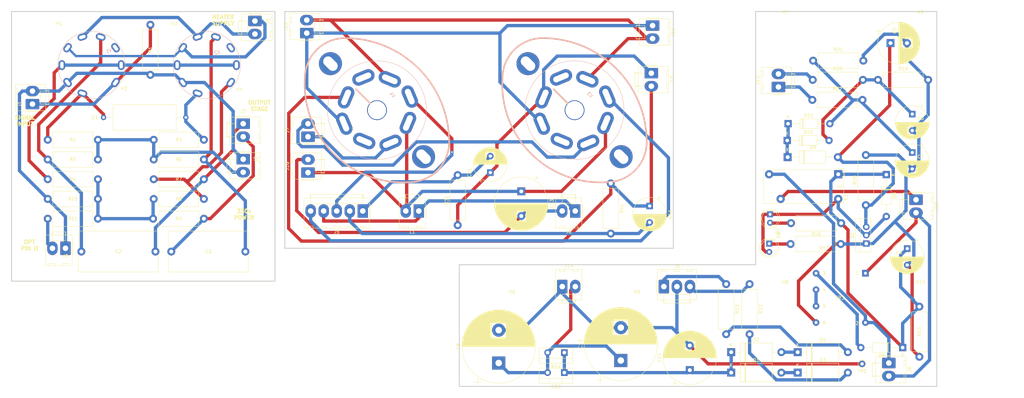
<source format=kicad_pcb>
(kicad_pcb (version 20171130) (host pcbnew "(5.1.6)-1")
  (layers (0 F.Cu signal) (31 B.Cu signal) (34 B.Paste user) (35 F.Paste user) (36 B.SilkS user) (37 F.SilkS user) (38 B.Mask user) (39 F.Mask user) (44 Edge.Cuts user))
  (net 0 "")
  (net 1 "Net-(C1-Pad1)")
  (net 2 "Net-(C1-Pad2)")
  (net 3 "Net-(C2-Pad1)")
  (net 4 /V3)
  (net 5 "Net-(C3-Pad2)")
  (net 6 /V4)
  (net 7 "Net-(C4-Pad2)")
  (net 8 "Net-(C4-Pad1)")
  (net 9 "Net-(C5-Pad1)")
  (net 10 "Net-(C6-Pad1)")
  (net 11 "Net-(C7-Pad1)")
  (net 12 /0v)
  (net 13 "Net-(C11-Pad1)")
  (net 14 /+330v)
  (net 15 /PowerSupply/K3)
  (net 16 /OPT/U)
  (net 17 /OPT/W)
  (net 18 /PowerSupply/K4)
  (net 19 "Net-(D1-Pad2)")
  (net 20 "Net-(D2-Pad2)")
  (net 21 "Net-(D3-Pad2)")
  (net 22 "Net-(D4-Pad2)")
  (net 23 "Net-(D5-Pad2)")
  (net 24 "Net-(D6-Pad2)")
  (net 25 "Net-(D6-Pad1)")
  (net 26 "Net-(D7-Pad1)")
  (net 27 "Net-(D10-Pad1)")
  (net 28 /OPT/Q)
  (net 29 "Net-(J1-Pad1)")
  (net 30 /-6.3v)
  (net 31 /+6.3v)
  (net 32 /OPT/X)
  (net 33 /OPT/Z)
  (net 34 /PowerSupply/HT2)
  (net 35 /PowerSupply/HT1)
  (net 36 /PowerSupply/N)
  (net 37 /PowerSupply/L)
  (net 38 /PowerSupply/Com)
  (net 39 /Signal/K)
  (net 40 /Signal/FB)
  (net 41 /Signal/FA)
  (net 42 "Net-(TR3-Pad4)")
  (net 43 "Net-(V1-Pad7)")
  (net 44 "Net-(V2-Pad7)")
  (net 45 /+340v)
  (module Resistor_THT:R_Axial_DIN0414_L11.9mm_D4.5mm_P15.24mm_Horizontal (layer F.Cu) (at 205.994 105.283 270)
    (fp_text reference R41 (at 7.62 -3.37 90) (layer F.SilkS))
    (fp_text value "470 5W")
    (pad 1 thru_hole circle (at 0 0 270) (size 2.4 2.4) (drill 1.2) (layers *.Cu *.Mask) (net 18 /PowerSupply/K4))
    (pad 2 thru_hole oval (at 15.24 0 270) (size 2.4 2.4) (drill 1.2) (layers *.Cu *.Mask) (net 17 /OPT/W))
  )
  (module Capacitor_THT:CP_Radial_D10.0mm_P5.00mm (layer F.Cu) (at 217.805 112.141 270)
    (fp_text reference C41 (at 2.5 -6.25 90) (layer F.SilkS))
    (fp_text value 470u)
    (pad 2 thru_hole circle (at 5 0 270) (size 2 2) (drill 1) (layers *.Cu *.Mask) (net 17 /OPT/W))
    (pad 1 thru_hole rect (at 0 0 270) (size 2 2) (drill 1) (layers *.Cu *.Mask) (net 18 /PowerSupply/K4))
  )
  (module Capacitor_THT:CP_Radial_D10.0mm_P5.00mm (layer F.Cu) (at 169.418 101.981 90)
    (fp_text reference C31 (at 0 -6.35 90) (layer F.SilkS))
    (fp_text value 470u)
    (pad 1 thru_hole rect (at 0 0 90) (size 2 2) (drill 1) (layers *.Cu *.Mask) (net 15 /PowerSupply/K3))
    (pad 2 thru_hole circle (at 5 0 90) (size 2 2) (drill 1) (layers *.Cu *.Mask) (net 16 /OPT/U))
  )
  (module KIT:Valve_Octal (layer B.Cu) (at 195 83 315)
    (fp_text reference V3 (at 0 -6.604 135) (layer B.SilkS) (effects (justify mirror)))
    (fp_text value KT66)
    (pad 1 thru_hole oval (at -9.95601 -4.123914 22.5) (size 7 3.8) (drill oval 5 1.8) (layers *.Cu *.Mask))
    (pad 2 thru_hole oval (at -3.888064 -9.386616 157.5) (size 7 3.8) (drill oval 5 1.8) (layers *.Cu *.Mask) (net 31 /+6.3v))
    (pad 3 thru_hole oval (at 4.123914 -9.95601 292.5) (size 7 3.8) (drill oval 5 1.8) (layers *.Cu *.Mask) (net 33 /OPT/Z))
    (pad 4 thru_hole oval (at 9.386616 -3.888064 67.5) (size 7 3.8) (drill oval 5 1.8) (layers *.Cu *.Mask) (net 14 /+330v))
    (pad 5 thru_hole oval (at 9.95601 4.123914 22.5) (size 7 3.8) (drill oval 5 1.8) (layers *.Cu *.Mask) (net 4 /V3))
    (pad 6 thru_hole oval (at 3.888064 9.386616 337.5) (size 7 3.8) (drill oval 5 1.8) (layers *.Cu *.Mask))
    (pad 7 thru_hole oval (at -4.123914 9.95601 112.5) (size 7 3.8) (drill oval 5 1.8) (layers *.Cu *.Mask) (net 30 /-6.3v))
    (pad 8 thru_hole oval (at -9.386616 3.888064 67.5) (size 7 3.8) (drill oval 5 1.8) (layers *.Cu *.Mask) (net 15 /PowerSupply/K3))
    (pad "" thru_hole circle (at 0 0 67.5) (size 6 6) (drill 5.5) (layers *.Cu *.Mask))
    (pad 9 thru_hole circle (at -20 0 315) (size 7 7) (drill oval 5 3) (layers *.Cu *.Mask))
    (pad 10 thru_hole circle (at 20 0 315) (size 7 7) (drill oval 5 3) (layers *.Cu *.Mask))
  )
  (module Resistor_THT:R_Axial_DIN0414_L11.9mm_D4.5mm_P15.24mm_Horizontal (layer F.Cu) (at 159.512 117.983 90)
    (fp_text reference R31 (at 7.62 -3.37 90) (layer F.SilkS))
    (fp_text value "470 5W")
    (pad 1 thru_hole circle (at 0 0 90) (size 2.4 2.4) (drill 1.2) (layers *.Cu *.Mask) (net 15 /PowerSupply/K3))
    (pad 2 thru_hole oval (at 15.24 0 90) (size 2.4 2.4) (drill 1.2) (layers *.Cu *.Mask) (net 16 /OPT/U))
  )
  (module Connector_Molex:Molex_KK-396_A-41791-0002_1x02_P3.96mm_Vertical (layer F.Cu) (at 114.046 91.082 90)
    (fp_text reference J7 (at 1.98 -6.31 90) (layer F.SilkS))
    (fp_text value ~)
    (pad 1 thru_hole roundrect (at 0 0 90) (size 3.16 4.1) (drill 1.7) (layers *.Cu *.Mask) (roundrect_rratio 0.079114) (net 6 /V4))
    (pad 2 thru_hole oval (at 3.96 0 90) (size 3.16 4.1) (drill 1.7) (layers *.Cu *.Mask) (net 4 /V3))
  )
  (module KIT:Valve_Octal (layer B.Cu) (at 135 83 315)
    (fp_text reference V4 (at 0 -6.604 135) (layer B.SilkS) (effects (justify mirror)))
    (fp_text value KT66)
    (pad 10 thru_hole circle (at 20 0 315) (size 7 7) (drill oval 5 3) (layers *.Cu *.Mask))
    (pad 9 thru_hole circle (at -20 0 315) (size 7 7) (drill oval 5 3) (layers *.Cu *.Mask))
    (pad "" thru_hole circle (at 0 0 67.5) (size 6 6) (drill 5.5) (layers *.Cu *.Mask))
    (pad 8 thru_hole oval (at -9.386616 3.888064 67.5) (size 7 3.8) (drill oval 5 1.8) (layers *.Cu *.Mask) (net 18 /PowerSupply/K4))
    (pad 7 thru_hole oval (at -4.123914 9.95601 112.5) (size 7 3.8) (drill oval 5 1.8) (layers *.Cu *.Mask) (net 30 /-6.3v))
    (pad 6 thru_hole oval (at 3.888064 9.386616 337.5) (size 7 3.8) (drill oval 5 1.8) (layers *.Cu *.Mask))
    (pad 5 thru_hole oval (at 9.95601 4.123914 22.5) (size 7 3.8) (drill oval 5 1.8) (layers *.Cu *.Mask) (net 6 /V4))
    (pad 4 thru_hole oval (at 9.386616 -3.888064 67.5) (size 7 3.8) (drill oval 5 1.8) (layers *.Cu *.Mask) (net 14 /+330v))
    (pad 3 thru_hole oval (at 4.123914 -9.95601 292.5) (size 7 3.8) (drill oval 5 1.8) (layers *.Cu *.Mask) (net 32 /OPT/X))
    (pad 2 thru_hole oval (at -3.888064 -9.386616 157.5) (size 7 3.8) (drill oval 5 1.8) (layers *.Cu *.Mask) (net 31 /+6.3v))
    (pad 1 thru_hole oval (at -9.95601 -4.123914 22.5) (size 7 3.8) (drill oval 5 1.8) (layers *.Cu *.Mask))
  )
  (module Connector_Molex:Molex_KK-396_A-41791-0002_1x02_P3.96mm_Vertical (layer F.Cu) (at 94.361 97.917 270)
    (fp_text reference J2 (at 0 -3.81 90) (layer F.SilkS))
    (fp_text value ~)
    (pad 2 thru_hole oval (at 3.96 0 270) (size 3.16 4.1) (drill 1.7) (layers *.Cu *.Mask) (net 14 /+330v))
    (pad 1 thru_hole roundrect (at 0 0 270) (size 3.16 4.1) (drill 1.7) (layers *.Cu *.Mask) (roundrect_rratio 0.079114) (net 12 /0v))
  )
  (module Capacitor_THT:C_Rect_L24.0mm_W12.2mm_P22.50mm_MKT (layer F.Cu) (at 72.517 126)
    (fp_text reference C3 (at 11.25 0) (layer F.SilkS))
    (fp_text value 0.1u)
    (pad 2 thru_hole circle (at 22.5 0) (size 2.4 2.4) (drill 1.2) (layers *.Cu *.Mask) (net 5 "Net-(C3-Pad2)"))
    (pad 1 thru_hole circle (at 0 0) (size 2.4 2.4) (drill 1.2) (layers *.Cu *.Mask) (net 6 /V4))
  )
  (module Resistor_THT:R_Axial_DIN0414_L11.9mm_D4.5mm_P15.24mm_Horizontal (layer F.Cu) (at 50.24 110 180)
    (fp_text reference R10 (at 7.62 0) (layer F.SilkS))
    (fp_text value 100R)
    (pad 2 thru_hole oval (at 15.24 0 180) (size 2.4 2.4) (drill 1.2) (layers *.Cu *.Mask) (net 12 /0v))
    (pad 1 thru_hole circle (at 0 0 180) (size 2.4 2.4) (drill 1.2) (layers *.Cu *.Mask) (net 40 /Signal/FB))
  )
  (module Resistor_THT:R_Axial_DIN0414_L11.9mm_D4.5mm_P15.24mm_Horizontal (layer F.Cu) (at 67.183 116)
    (fp_text reference R9 (at 7.62 0) (layer F.SilkS))
    (fp_text value 680R)
    (pad 1 thru_hole circle (at -0.183 0) (size 2.4 2.4) (drill 1.2) (layers *.Cu *.Mask) (net 40 /Signal/FB))
    (pad 2 thru_hole oval (at 15.24 0) (size 2.4 2.4) (drill 1.2) (layers *.Cu *.Mask) (net 6 /V4))
  )
  (module Capacitor_THT:C_Rect_L24.0mm_W12.2mm_P22.50mm_MKT (layer F.Cu) (at 45.212 126)
    (fp_text reference C2 (at 11.25 0) (layer F.SilkS))
    (fp_text value 0.1u)
    (pad 1 thru_hole circle (at 0 0) (size 2.4 2.4) (drill 1.2) (layers *.Cu *.Mask) (net 3 "Net-(C2-Pad1)"))
    (pad 2 thru_hole circle (at 22.5 0) (size 2.4 2.4) (drill 1.2) (layers *.Cu *.Mask) (net 4 /V3))
  )
  (module KIT:Valve_ECC-82 (layer B.Cu) (at 48.3 69.3 198)
    (fp_text reference V1 (at -6.35 2.539999 18) (layer B.SilkS) (effects (justify mirror)))
    (fp_text value EF86)
    (pad 1 thru_hole oval (at 5.29 -7.28 252) (size 2 3) (drill oval 1.02 2.03) (layers *.Cu *.Mask) (net 1 "Net-(C1-Pad1)"))
    (pad 2 thru_hole oval (at 8.56 -2.78 216) (size 2 3) (drill oval 1.02 2.03) (layers *.Cu *.Mask) (net 12 /0v))
    (pad 3 thru_hole oval (at 8.56 2.78 180) (size 2 3) (drill oval 1.02 2.03) (layers *.Cu *.Mask) (net 39 /Signal/K))
    (pad 4 thru_hole oval (at 5.29 7.28 144) (size 2 3) (drill oval 1.02 2.03) (layers *.Cu *.Mask) (net 31 /+6.3v))
    (pad 5 thru_hole oval (at 0 9 108) (size 2 3) (drill oval 1.02 2.03) (layers *.Cu *.Mask) (net 30 /-6.3v))
    (pad 6 thru_hole oval (at -5.29 7.28 252) (size 2 3) (drill oval 1.02 2.03) (layers *.Cu *.Mask) (net 3 "Net-(C2-Pad1)"))
    (pad 7 thru_hole oval (at -8.56 2.78 216) (size 2 3) (drill oval 1.02 2.03) (layers *.Cu *.Mask) (net 43 "Net-(V1-Pad7)"))
    (pad 8 thru_hole oval (at -8.56 -2.78 180) (size 2 3) (drill oval 1.02 2.03) (layers *.Cu *.Mask) (net 39 /Signal/K))
    (pad 9 thru_hole oval (at -5.29 -7.28 144) (size 2 3) (drill oval 1.02 2.03) (layers *.Cu *.Mask) (net 29 "Net-(J1-Pad1)"))
  )
  (module Resistor_THT:R_Axial_DIN0414_L11.9mm_D4.5mm_P15.24mm_Horizontal (layer F.Cu) (at 67.183 92)
    (fp_text reference R3 (at 7.62 0) (layer F.SilkS))
    (fp_text value 1M)
    (pad 2 thru_hole oval (at 15.24 0) (size 2.4 2.4) (drill 1.2) (layers *.Cu *.Mask) (net 2 "Net-(C1-Pad2)"))
    (pad 1 thru_hole circle (at 0 0) (size 2.4 2.4) (drill 1.2) (layers *.Cu *.Mask) (net 14 /+330v))
  )
  (module Resistor_THT:R_Axial_DIN0414_L11.9mm_D4.5mm_P15.24mm_Horizontal (layer F.Cu) (at 82.423 110 180)
    (fp_text reference R8 (at 7.62 0) (layer F.SilkS))
    (fp_text value 2k7)
    (pad 2 thru_hole oval (at 15.24 0 180) (size 2.4 2.4) (drill 1.2) (layers *.Cu *.Mask) (net 40 /Signal/FB))
    (pad 1 thru_hole circle (at 0 0 180) (size 2.4 2.4) (drill 1.2) (layers *.Cu *.Mask) (net 41 /Signal/FA))
  )
  (module Resistor_THT:R_Axial_DIN0414_L11.9mm_D4.5mm_P15.24mm_Horizontal (layer F.Cu) (at 82.423 104 180)
    (fp_text reference R7 (at 7.62 0) (layer F.SilkS))
    (fp_text value 680R)
    (pad 1 thru_hole circle (at 0 0 180) (size 2.4 2.4) (drill 1.2) (layers *.Cu *.Mask) (net 4 /V3))
    (pad 2 thru_hole oval (at 15.24 0 180) (size 2.4 2.4) (drill 1.2) (layers *.Cu *.Mask) (net 41 /Signal/FA))
  )
  (module KIT:Valve_ECC-82 (layer B.Cu) (at 83.3 69.3 198)
    (fp_text reference V2 (at -4.156772 2.729056 18) (layer B.SilkS) (effects (justify mirror)))
    (fp_text value EF86)
    (pad 1 thru_hole oval (at 5.29 -7.28 252) (size 2 3) (drill oval 1.02 2.03) (layers *.Cu *.Mask) (net 2 "Net-(C1-Pad2)"))
    (pad 2 thru_hole oval (at 8.56 -2.78 216) (size 2 3) (drill oval 1.02 2.03) (layers *.Cu *.Mask) (net 12 /0v))
    (pad 3 thru_hole oval (at 8.56 2.78 180) (size 2 3) (drill oval 1.02 2.03) (layers *.Cu *.Mask) (net 39 /Signal/K))
    (pad 4 thru_hole oval (at 5.29 7.28 144) (size 2 3) (drill oval 1.02 2.03) (layers *.Cu *.Mask) (net 31 /+6.3v))
    (pad 5 thru_hole oval (at 0 9 108) (size 2 3) (drill oval 1.02 2.03) (layers *.Cu *.Mask) (net 30 /-6.3v))
    (pad 6 thru_hole oval (at -5.29 7.28 252) (size 2 3) (drill oval 1.02 2.03) (layers *.Cu *.Mask) (net 5 "Net-(C3-Pad2)"))
    (pad 7 thru_hole oval (at -8.56 2.78 216) (size 2 3) (drill oval 1.02 2.03) (layers *.Cu *.Mask) (net 44 "Net-(V2-Pad7)"))
    (pad 8 thru_hole oval (at -8.56 -2.78 180) (size 2 3) (drill oval 1.02 2.03) (layers *.Cu *.Mask) (net 39 /Signal/K))
    (pad 9 thru_hole oval (at -5.29 -7.28 144) (size 2 3) (drill oval 1.02 2.03) (layers *.Cu *.Mask) (net 41 /Signal/FA))
  )
  (module Resistor_THT:R_Axial_DIN0414_L11.9mm_D4.5mm_P15.24mm_Horizontal (layer F.Cu) (at 67.183 98)
    (fp_text reference R6 (at 7.62 0) (layer F.SilkS))
    (fp_text value 180k)
    (pad 2 thru_hole oval (at 15.24 0) (size 2.4 2.4) (drill 1.2) (layers *.Cu *.Mask) (net 5 "Net-(C3-Pad2)"))
    (pad 1 thru_hole circle (at 0 0) (size 2.4 2.4) (drill 1.2) (layers *.Cu *.Mask) (net 14 /+330v))
  )
  (module Resistor_THT:R_Axial_DIN0414_L11.9mm_D4.5mm_P15.24mm_Horizontal (layer F.Cu) (at 35 98)
    (fp_text reference R5 (at 7.62 0) (layer F.SilkS))
    (fp_text value 180k)
    (pad 1 thru_hole circle (at 0 0) (size 2.4 2.4) (drill 1.2) (layers *.Cu *.Mask) (net 3 "Net-(C2-Pad1)"))
    (pad 2 thru_hole oval (at 15.24 0) (size 2.4 2.4) (drill 1.2) (layers *.Cu *.Mask) (net 14 /+330v))
  )
  (module Resistor_THT:R_Axial_DIN0414_L11.9mm_D4.5mm_P15.24mm_Horizontal (layer F.Cu) (at 35 92)
    (fp_text reference R2 (at 7.62 0) (layer F.SilkS))
    (fp_text value 1M)
    (pad 1 thru_hole circle (at 0 0) (size 2.4 2.4) (drill 1.2) (layers *.Cu *.Mask) (net 1 "Net-(C1-Pad1)"))
    (pad 2 thru_hole oval (at 15.24 0) (size 2.4 2.4) (drill 1.2) (layers *.Cu *.Mask) (net 14 /+330v))
  )
  (module Resistor_THT:R_Axial_DIN0414_L11.9mm_D4.5mm_P15.24mm_Horizontal (layer F.Cu) (at 66.167 57.023 270)
    (fp_text reference R1 (at 7.62 0 90) (layer F.SilkS))
    (fp_text value 150M)
    (pad 2 thru_hole oval (at 15.24 0 270) (size 2.4 2.4) (drill 1.2) (layers *.Cu *.Mask) (net 12 /0v))
    (pad 1 thru_hole circle (at 0 0 270) (size 2.4 2.4) (drill 1.2) (layers *.Cu *.Mask) (net 29 "Net-(J1-Pad1)"))
  )
  (module Resistor_THT:R_Axial_DIN0414_L11.9mm_D4.5mm_P15.24mm_Horizontal (layer F.Cu) (at 35 104)
    (fp_text reference R4 (at 7.62 0) (layer F.SilkS))
    (fp_text value 680R)
    (pad 1 thru_hole circle (at 0 0) (size 2.4 2.4) (drill 1.2) (layers *.Cu *.Mask) (net 39 /Signal/K))
    (pad 2 thru_hole oval (at 15.24 0) (size 2.4 2.4) (drill 1.2) (layers *.Cu *.Mask) (net 40 /Signal/FB))
  )
  (module Resistor_THT:R_Axial_DIN0414_L11.9mm_D4.5mm_P15.24mm_Horizontal (layer F.Cu) (at 35 116)
    (fp_text reference R11 (at 7.62 0) (layer F.SilkS))
    (fp_text value 470)
    (pad 1 thru_hole circle (at 0 0) (size 2.4 2.4) (drill 1.2) (layers *.Cu *.Mask) (net 28 /OPT/Q))
    (pad 2 thru_hole oval (at 15.24 0) (size 2.4 2.4) (drill 1.2) (layers *.Cu *.Mask) (net 40 /Signal/FB))
  )
  (module Capacitor_THT:C_Axial_L19.0mm_D7.5mm_P25.00mm_Horizontal (layer F.Cu) (at 51.943 85.217)
    (fp_text reference C1 (at -2.667 0) (layer F.SilkS))
    (fp_text value 0.1u)
    (pad 1 thru_hole circle (at 0 0) (size 1.6 1.6) (drill 0.8) (layers *.Cu *.Mask) (net 1 "Net-(C1-Pad1)"))
    (pad 2 thru_hole oval (at 25 0) (size 1.6 1.6) (drill 0.8) (layers *.Cu *.Mask) (net 2 "Net-(C1-Pad2)"))
  )
  (module Connector_Molex:Molex_KK-396_A-41791-0002_1x02_P3.96mm_Vertical (layer F.Cu) (at 94.361 87.122 270)
    (fp_text reference J3 (at -3.81 0) (layer F.SilkS))
    (fp_text value ~)
    (pad 2 thru_hole oval (at 3.96 0 270) (size 3.16 4.1) (drill 1.7) (layers *.Cu *.Mask) (net 6 /V4))
    (pad 1 thru_hole roundrect (at 0 0 270) (size 3.16 4.1) (drill 1.7) (layers *.Cu *.Mask) (roundrect_rratio 0.079114) (net 4 /V3))
  )
  (module Connector_Molex:Molex_KK-396_A-41791-0002_1x02_P3.96mm_Vertical (layer F.Cu) (at 40.386 125 180)
    (fp_text reference J0 (at 0 -2.33) (layer F.SilkS))
    (fp_text value ~)
    (pad 2 thru_hole oval (at 3.96 0 180) (size 3.16 4.1) (drill 1.7) (layers *.Cu *.Mask) (net 28 /OPT/Q))
    (pad 1 thru_hole roundrect (at 0 0 180) (size 3.16 4.1) (drill 1.7) (layers *.Cu *.Mask) (roundrect_rratio 0.079114) (net 12 /0v))
  )
  (module Connector_Molex:Molex_KK-396_A-41791-0002_1x02_P3.96mm_Vertical (layer F.Cu) (at 97.917 55.88 270)
    (fp_text reference J4 (at 0 -3.81 90) (layer F.SilkS))
    (fp_text value ~)
    (pad 2 thru_hole oval (at 3.96 0 270) (size 3.16 4.1) (drill 1.7) (layers *.Cu *.Mask) (net 30 /-6.3v))
    (pad 1 thru_hole roundrect (at 0 0 270) (size 3.16 4.1) (drill 1.7) (layers *.Cu *.Mask) (roundrect_rratio 0.079114) (net 31 /+6.3v))
  )
  (module Connector_Molex:Molex_KK-396_A-41791-0002_1x02_P3.96mm_Vertical (layer F.Cu) (at 30.353 81.153 90)
    (fp_text reference J1 (at 0 -3.81 90) (layer F.SilkS))
    (fp_text value ~)
    (pad 2 thru_hole oval (at 3.96 0 90) (size 3.16 4.1) (drill 1.7) (layers *.Cu *.Mask) (net 12 /0v))
    (pad 1 thru_hole roundrect (at 0 0 90) (size 3.16 4.1) (drill 1.7) (layers *.Cu *.Mask) (roundrect_rratio 0.079114) (net 29 "Net-(J1-Pad1)"))
  )
  (module LED_THT:LED_D5.0mm (layer F.Cu) (at 254.127 123.571 270)
    (fp_text reference D7 (at -3.81 -2.54 90) (layer F.SilkS))
    (fp_text value LED)
    (pad 1 thru_hole rect (at 0 0 270) (size 1.8 1.8) (drill 0.9) (layers *.Cu *.Mask) (net 26 "Net-(D7-Pad1)"))
    (pad 2 thru_hole circle (at 2.54 0 270) (size 1.8 1.8) (drill 0.9) (layers *.Cu *.Mask) (net 25 "Net-(D6-Pad1)"))
  )
  (module Diode_THT:D_DO-27_P15.24mm_Horizontal (layer F.Cu) (at 242.57 156.591)
    (fp_text reference D2 (at 7.62 -3.785) (layer F.SilkS))
    (fp_text value ~)
    (fp_text user K (at 0 -2.2) (layer F.SilkS))
    (pad 2 thru_hole oval (at 15.24 0) (size 2.4 2.4) (drill 1.2) (layers *.Cu *.Mask) (net 20 "Net-(D2-Pad2)"))
    (pad 1 thru_hole rect (at 0 0) (size 2.4 2.4) (drill 1.2) (layers *.Cu *.Mask) (net 13 "Net-(C11-Pad1)"))
  )
  (module Capacitor_THT:CP_Radial_D12.5mm_P5.00mm (layer F.Cu) (at 290.957 62.611)
    (fp_text reference C5 (at 1.27 -3.81 270) (layer F.SilkS))
    (fp_text value 10u)
    (pad 2 thru_hole circle (at 5 0) (size 2.4 2.4) (drill 1.2) (layers *.Cu *.Mask) (net 7 "Net-(C4-Pad2)"))
    (pad 1 thru_hole rect (at 0 0) (size 2.4 2.4) (drill 1.2) (layers *.Cu *.Mask) (net 9 "Net-(C5-Pad1)"))
  )
  (module Diode_THT:D_DO-41_SOD81_P12.70mm_Horizontal (layer F.Cu) (at 294.64 155.194 180)
    (fp_text reference D5 (at 6.35 -2.47) (layer F.SilkS))
    (fp_text value 1N4004)
    (fp_text user K (at 0 -2.1) (layer F.SilkS))
    (pad 1 thru_hole rect (at 0 0 180) (size 2.2 2.2) (drill 1.1) (layers *.Cu *.Mask) (net 8 "Net-(C4-Pad1)"))
    (pad 2 thru_hole oval (at 12.7 0 180) (size 2.2 2.2) (drill 1.1) (layers *.Cu *.Mask) (net 23 "Net-(D5-Pad2)"))
  )
  (module LED_THT:LED_D5.0mm (layer F.Cu) (at 254.381 114.681 270)
    (fp_text reference D6 (at 6.35 -2.54 90) (layer F.SilkS))
    (fp_text value LED)
    (pad 2 thru_hole circle (at 2.54 0 270) (size 1.8 1.8) (drill 0.9) (layers *.Cu *.Mask) (net 24 "Net-(D6-Pad2)"))
    (pad 1 thru_hole rect (at 0 0 270) (size 1.8 1.8) (drill 0.9) (layers *.Cu *.Mask) (net 25 "Net-(D6-Pad1)"))
  )
  (module Capacitor_THT:CP_Radial_D10.0mm_P5.00mm (layer F.Cu) (at 297.561 95.885 270)
    (fp_text reference C7 (at 1.27 -2.54 180) (layer F.SilkS))
    (fp_text value 470u)
    (pad 2 thru_hole circle (at 5 0 270) (size 2 2) (drill 1) (layers *.Cu *.Mask) (net 7 "Net-(C4-Pad2)"))
    (pad 1 thru_hole rect (at 0 0 270) (size 2 2) (drill 1) (layers *.Cu *.Mask) (net 11 "Net-(C7-Pad1)"))
  )
  (module Diode_THT:D_DO-27_P15.24mm_Horizontal (layer F.Cu) (at 262.763 156.591)
    (fp_text reference D4 (at 7.62 -3.785) (layer F.SilkS))
    (fp_text value ~)
    (fp_text user K (at 0 -2.2) (layer F.SilkS))
    (pad 1 thru_hole rect (at 0 0) (size 2.4 2.4) (drill 1.2) (layers *.Cu *.Mask) (net 20 "Net-(D2-Pad2)"))
    (pad 2 thru_hole oval (at 15.24 0) (size 2.4 2.4) (drill 1.2) (layers *.Cu *.Mask) (net 22 "Net-(D4-Pad2)"))
  )
  (module Diode_THT:D_DO-27_P15.24mm_Horizontal (layer F.Cu) (at 262.763 162.814)
    (fp_text reference D3 (at 7.62 -3.785) (layer F.SilkS))
    (fp_text value 1N5408)
    (fp_text user K (at 0 -2.2) (layer F.SilkS))
    (pad 2 thru_hole oval (at 15.24 0) (size 2.4 2.4) (drill 1.2) (layers *.Cu *.Mask) (net 21 "Net-(D3-Pad2)"))
    (pad 1 thru_hole rect (at 0 0) (size 2.4 2.4) (drill 1.2) (layers *.Cu *.Mask) (net 19 "Net-(D1-Pad2)"))
  )
  (module Diode_THT:D_DO-27_P15.24mm_Horizontal (layer F.Cu) (at 242.57 162.814)
    (fp_text reference D1 (at 7.62 -3.785) (layer F.SilkS))
    (fp_text value ~)
    (fp_text user K (at 0 -2.2) (layer F.SilkS))
    (pad 1 thru_hole rect (at 0 0) (size 2.4 2.4) (drill 1.2) (layers *.Cu *.Mask) (net 13 "Net-(C11-Pad1)"))
    (pad 2 thru_hole oval (at 15.24 0) (size 2.4 2.4) (drill 1.2) (layers *.Cu *.Mask) (net 19 "Net-(D1-Pad2)"))
  )
  (module Capacitor_THT:CP_Radial_D16.0mm_P7.50mm (layer F.Cu) (at 178.816 107.696 270)
    (fp_text reference C13 (at 3.75 -9.25 90) (layer F.SilkS))
    (fp_text value "47u 450v")
    (pad 2 thru_hole circle (at 7.5 0 270) (size 2.4 2.4) (drill 1.2) (layers *.Cu *.Mask) (net 12 /0v))
    (pad 1 thru_hole rect (at 0 0 270) (size 2.4 2.4) (drill 1.2) (layers *.Cu *.Mask) (net 14 /+330v))
  )
  (module Capacitor_THT:CP_Radial_D16.0mm_P7.50mm (layer F.Cu) (at 229.997 162.052 90)
    (fp_text reference C11 (at 3.75 -9.25 90) (layer F.SilkS))
    (fp_text value "47u 450v")
    (pad 1 thru_hole rect (at 0 0 90) (size 2.4 2.4) (drill 1.2) (layers *.Cu *.Mask) (net 13 "Net-(C11-Pad1)"))
    (pad 2 thru_hole circle (at 7.5 0 90) (size 2.4 2.4) (drill 1.2) (layers *.Cu *.Mask) (net 12 /0v))
  )
  (module Capacitor_THT:CP_Radial_D10.0mm_P5.00mm (layer F.Cu) (at 297.561 84.201 270)
    (fp_text reference C6 (at 1.27 -2.54 180) (layer F.SilkS))
    (fp_text value 470u)
    (pad 1 thru_hole rect (at 0 0 270) (size 2 2) (drill 1) (layers *.Cu *.Mask) (net 10 "Net-(C6-Pad1)"))
    (pad 2 thru_hole circle (at 5 0 270) (size 2 2) (drill 1) (layers *.Cu *.Mask) (net 7 "Net-(C4-Pad2)"))
  )
  (module Capacitor_THT:CP_Radial_D10.0mm_P5.00mm (layer F.Cu) (at 296.037 125.095 270)
    (fp_text reference C4 (at 1.27 2.54 180) (layer F.SilkS))
    (fp_text value 470u)
    (pad 2 thru_hole circle (at 5 0 270) (size 2 2) (drill 1) (layers *.Cu *.Mask) (net 7 "Net-(C4-Pad2)"))
    (pad 1 thru_hole rect (at 0 0 270) (size 2 2) (drill 1) (layers *.Cu *.Mask) (net 8 "Net-(C4-Pad1)"))
  )
  (module Capacitor_THT:CP_Radial_D22.0mm_P10.00mm_SnapIn (layer F.Cu) (at 171.958 159.893 90)
    (fp_text reference C8 (at 5 -12.25 90) (layer F.SilkS))
    (fp_text value "220u 450v")
    (pad 1 thru_hole rect (at 0 0 90) (size 4 4) (drill 2) (layers *.Cu *.Mask) (net 45 /+340v))
    (pad 2 thru_hole circle (at 10 0 90) (size 4 4) (drill 2) (layers *.Cu *.Mask) (net 12 /0v))
  )
  (module Connector_Molex:Molex_KK-396_A-41791-0002_1x02_P3.96mm_Vertical (layer F.Cu) (at 298.704 110.236 270)
    (fp_text reference J10 (at 1.98 -6.31 90) (layer F.SilkS))
    (fp_text value ~)
    (pad 2 thru_hole oval (at 3.96 0 270) (size 3.16 4.1) (drill 1.7) (layers *.Cu *.Mask) (net 37 /PowerSupply/L))
    (pad 1 thru_hole roundrect (at 0 0 270) (size 3.16 4.1) (drill 1.7) (layers *.Cu *.Mask) (roundrect_rratio 0.079114) (net 38 /PowerSupply/Com))
  )
  (module Capacitor_THT:CP_Radial_D22.0mm_P10.00mm_SnapIn (layer F.Cu) (at 209.042 159.131 90)
    (fp_text reference C12 (at 5 -12.25 90) (layer F.SilkS))
    (fp_text value "220u 450v")
    (pad 2 thru_hole circle (at 10 0 90) (size 4 4) (drill 2) (layers *.Cu *.Mask) (net 12 /0v))
    (pad 1 thru_hole rect (at 0 0 90) (size 4 4) (drill 2) (layers *.Cu *.Mask) (net 45 /+340v))
  )
  (module KIT:Transformer_22x22.7 (layer F.Cu) (at 283.337 132.588 180)
    (fp_text reference TR3 (at 7.75 -7.5) (layer F.SilkS))
    (fp_text value ~)
    (fp_text user 6 (at 12.5 -15) (layer F.SilkS))
    (fp_text user 5 (at 12.5 -10) (layer F.SilkS))
    (fp_text user 4 (at 12.5 -5) (layer F.SilkS))
    (fp_text user 3 (at 12.5 0) (layer F.SilkS))
    (fp_text user 2 (at 2.54 -15.24) (layer F.SilkS))
    (fp_text user 1 (at 2.54 0) (layer F.SilkS))
    (pad 1 thru_hole rect (at 0 0 180) (size 2 2) (drill 0.9) (layers *.Cu *.Mask) (net 37 /PowerSupply/L))
    (pad 2 thru_hole circle (at 0 -15 180) (size 2 2) (drill 0.9) (layers *.Cu *.Mask) (net 36 /PowerSupply/N))
    (pad 4 thru_hole circle (at 15 -5 180) (size 2 2) (drill 0.9) (layers *.Cu *.Mask) (net 42 "Net-(TR3-Pad4)"))
    (pad 5 thru_hole circle (at 15 -10 180) (size 2 2) (drill 0.9) (layers *.Cu *.Mask) (net 42 "Net-(TR3-Pad4)"))
    (pad 6 thru_hole circle (at 15 -15 180) (size 2 2) (drill 0.9) (layers *.Cu *.Mask) (net 7 "Net-(C4-Pad2)"))
    (pad 3 thru_hole circle (at 15 0 180) (size 2 2) (drill 0.9) (layers *.Cu *.Mask) (net 23 "Net-(D5-Pad2)"))
  )
  (module Package_TO_SOT_THT:TO-220-2_Vertical (layer F.Cu) (at 191.897 162.814 180)
    (fp_text reference R23 (at 2.54 -4.27) (layer F.SilkS))
    (fp_text value "270 20W")
    (pad 2 thru_hole oval (at 5.08 0 180) (size 2 2) (drill 1.1) (layers *.Cu *.Mask) (net 45 /+340v))
    (pad 1 thru_hole rect (at 0 0 180) (size 2 2) (drill 1.1) (layers *.Cu *.Mask) (net 13 "Net-(C11-Pad1)"))
  )
  (module Connector_Molex:Molex_KK-396_A-41791-0002_1x02_P3.96mm_Vertical (layer F.Cu) (at 147.701 113.665 180)
    (fp_text reference L1 (at 1.98 -6.31) (layer F.SilkS))
    (fp_text value ~)
    (pad 1 thru_hole roundrect (at 0 0 180) (size 3.16 4.1) (drill 1.7) (layers *.Cu *.Mask) (roundrect_rratio 0.079114) (net 45 /+340v))
    (pad 2 thru_hole oval (at 3.96 0 180) (size 3.16 4.1) (drill 1.7) (layers *.Cu *.Mask) (net 14 /+330v))
  )
  (module Resistor_THT:R_Axial_DIN0414_L11.9mm_D4.5mm_P15.24mm_Horizontal (layer F.Cu) (at 299.72 142.748 270)
    (fp_text reference R15 (at 7.62 0 90) (layer F.SilkS))
    (fp_text value 1K5)
    (pad 1 thru_hole circle (at 0 0 270) (size 2.4 2.4) (drill 1.2) (layers *.Cu *.Mask) (net 8 "Net-(C4-Pad1)"))
    (pad 2 thru_hole oval (at 15.24 0 270) (size 2.4 2.4) (drill 1.2) (layers *.Cu *.Mask) (net 7 "Net-(C4-Pad2)"))
  )
  (module Resistor_THT:R_Axial_DIN0414_L11.9mm_D4.5mm_P15.24mm_Horizontal (layer F.Cu) (at 241.046 135.89 270)
    (fp_text reference R13 (at 7.62 -3.37 90) (layer F.SilkS))
    (fp_text value "47 5W")
    (pad 2 thru_hole oval (at 15.24 0 270) (size 2.4 2.4) (drill 1.2) (layers *.Cu *.Mask) (net 22 "Net-(D4-Pad2)"))
    (pad 1 thru_hole circle (at 0 0 270) (size 2.4 2.4) (drill 1.2) (layers *.Cu *.Mask) (net 35 /PowerSupply/HT1))
  )
  (module Resistor_THT:R_Axial_DIN0414_L11.9mm_D4.5mm_P15.24mm_Horizontal (layer F.Cu) (at 283.464 111.887 90)
    (fp_text reference R18 (at 7.62 -3.37 90) (layer F.SilkS))
    (fp_text value 2K7)
    (pad 1 thru_hole circle (at 0 0 90) (size 2.4 2.4) (drill 1.2) (layers *.Cu *.Mask) (net 9 "Net-(C5-Pad1)"))
    (pad 2 thru_hole oval (at 15.24 0 90) (size 2.4 2.4) (drill 1.2) (layers *.Cu *.Mask) (net 7 "Net-(C4-Pad2)"))
  )
  (module Resistor_THT:R_Axial_DIN0414_L11.9mm_D4.5mm_P15.24mm_Horizontal (layer F.Cu) (at 260.604 123.698)
    (fp_text reference R17 (at 10.16 1.27) (layer F.SilkS))
    (fp_text value 1K2)
    (pad 1 thru_hole circle (at 0 0) (size 2.4 2.4) (drill 1.2) (layers *.Cu *.Mask) (net 26 "Net-(D7-Pad1)"))
    (pad 2 thru_hole oval (at 15.24 0) (size 2.4 2.4) (drill 1.2) (layers *.Cu *.Mask) (net 7 "Net-(C4-Pad2)"))
  )
  (module Connector_Molex:Molex_KK-396_A-41791-0002_1x02_P3.96mm_Vertical (layer F.Cu) (at 290.449 159.893 270)
    (fp_text reference J9 (at 1.98 -6.31 90) (layer F.SilkS))
    (fp_text value ~)
    (pad 1 thru_hole roundrect (at 0 0 270) (size 3.16 4.1) (drill 1.7) (layers *.Cu *.Mask) (roundrect_rratio 0.079114) (net 36 /PowerSupply/N))
    (pad 2 thru_hole oval (at 3.96 0 270) (size 3.16 4.1) (drill 1.7) (layers *.Cu *.Mask) (net 37 /PowerSupply/L))
  )
  (module Resistor_THT:R_Axial_DIN0414_L11.9mm_D4.5mm_P15.24mm_Horizontal (layer F.Cu) (at 267.208 79.883)
    (fp_text reference R22 (at 7.62 -3.37) (layer F.SilkS))
    (fp_text value 18K)
    (pad 1 thru_hole circle (at 0 0) (size 2.4 2.4) (drill 1.2) (layers *.Cu *.Mask) (net 18 /PowerSupply/K4))
    (pad 2 thru_hole oval (at 15.24 0) (size 2.4 2.4) (drill 1.2) (layers *.Cu *.Mask) (net 11 "Net-(C7-Pad1)"))
  )
  (module Resistor_THT:R_Axial_DIN0414_L11.9mm_D4.5mm_P15.24mm_Horizontal (layer F.Cu) (at 267.335 73.787)
    (fp_text reference R20 (at 7.62 -3.37) (layer F.SilkS))
    (fp_text value 18K)
    (pad 2 thru_hole oval (at 15.24 0) (size 2.4 2.4) (drill 1.2) (layers *.Cu *.Mask) (net 10 "Net-(C6-Pad1)"))
    (pad 1 thru_hole circle (at 0 0) (size 2.4 2.4) (drill 1.2) (layers *.Cu *.Mask) (net 15 /PowerSupply/K3))
  )
  (module Diode_THT:D_DO-15_P15.24mm_Horizontal (layer F.Cu) (at 259.715 97.282)
    (fp_text reference D9 (at 7.62 -2.92) (layer F.SilkS))
    (fp_text value "10v 5W")
    (fp_text user K (at 0 -2.2) (layer F.SilkS))
    (pad 2 thru_hole oval (at 15.24 0) (size 2.4 2.4) (drill 1.2) (layers *.Cu *.Mask) (net 9 "Net-(C5-Pad1)"))
    (pad 1 thru_hole rect (at 0 0) (size 2.4 2.4) (drill 1.2) (layers *.Cu *.Mask) (net 27 "Net-(D10-Pad1)"))
  )
  (module Relay_THT:Relay_1P1T_NO_10x24x18.8mm_Panasonic_ADW11xxxxW_THT (layer F.Cu) (at 275.082 102.489 270)
    (fp_text reference K1 (at 7.08 -2.46 270) (layer F.SilkS))
    (fp_text value ADW11)
    (pad 6 thru_hole oval (at 7.5 0 270) (size 2.5 2.5) (drill 1.2) (layers *.Cu *.Mask) (net 25 "Net-(D6-Pad1)"))
    (pad 5 thru_hole oval (at 7.5 17.5 270) (size 2.5 2.5) (drill 1.2) (layers *.Cu *.Mask) (net 38 /PowerSupply/Com))
    (pad 3 thru_hole oval (at 0 21 270) (size 2.5 2.5) (drill 1.2) (layers *.Cu *.Mask) (net 36 /PowerSupply/N))
    (pad 1 thru_hole rect (at 0 0 270) (size 2.5 2.5) (drill 1.2) (layers *.Cu *.Mask) (net 8 "Net-(C4-Pad1)"))
  )
  (module Diode_THT:D_DO-41_SOD81_P12.70mm_Horizontal (layer F.Cu) (at 259.588 92.202)
    (fp_text reference D10 (at 6.35 -2.47) (layer F.SilkS))
    (fp_text value 1N4004)
    (fp_text user K (at 0 -2.1) (layer F.SilkS))
    (pad 2 thru_hole oval (at 12.7 0) (size 2.2 2.2) (drill 1.1) (layers *.Cu *.Mask) (net 10 "Net-(C6-Pad1)"))
    (pad 1 thru_hole rect (at 0 0) (size 2.2 2.2) (drill 1.1) (layers *.Cu *.Mask) (net 27 "Net-(D10-Pad1)"))
  )
  (module Connector_Molex:Molex_KK-396_A-41791-0003_1x03_P3.96mm_Vertical (layer F.Cu) (at 222.123 136.652)
    (fp_text reference J8 (at 3.96 -6.31) (layer F.SilkS))
    (fp_text value ~)
    (pad 3 thru_hole oval (at 7.92 0) (size 3.16 4.1) (drill 1.7) (layers *.Cu *.Mask) (net 34 /PowerSupply/HT2))
    (pad 2 thru_hole oval (at 3.96 0) (size 3.16 4.1) (drill 1.7) (layers *.Cu *.Mask) (net 12 /0v))
    (pad 1 thru_hole roundrect (at 0 0) (size 3.16 4.1) (drill 1.7) (layers *.Cu *.Mask) (roundrect_rratio 0.079114) (net 35 /PowerSupply/HT1))
  )
  (module Diode_THT:D_DO-41_SOD81_P12.70mm_Horizontal (layer F.Cu) (at 289.687 102.616 270)
    (fp_text reference D8 (at 6.35 -2.47 90) (layer F.SilkS))
    (fp_text value 1N4004)
    (fp_text user K (at 0 -2.1 90) (layer F.SilkS))
    (pad 1 thru_hole rect (at 0 0 270) (size 2.2 2.2) (drill 1.1) (layers *.Cu *.Mask) (net 8 "Net-(C4-Pad1)"))
    (pad 2 thru_hole oval (at 12.7 0 270) (size 2.2 2.2) (drill 1.1) (layers *.Cu *.Mask) (net 25 "Net-(D6-Pad1)"))
  )
  (module Resistor_THT:R_Axial_DIN0414_L11.9mm_D4.5mm_P15.24mm_Horizontal (layer F.Cu) (at 275.971 117.348 180)
    (fp_text reference R16 (at 7.62 -3.37) (layer F.SilkS))
    (fp_text value 1K2)
    (pad 1 thru_hole circle (at 0 0 180) (size 2.4 2.4) (drill 1.2) (layers *.Cu *.Mask) (net 8 "Net-(C4-Pad1)"))
    (pad 2 thru_hole oval (at 15.24 0 180) (size 2.4 2.4) (drill 1.2) (layers *.Cu *.Mask) (net 24 "Net-(D6-Pad2)"))
  )
  (module Resistor_THT:R_Axial_DIN0414_L11.9mm_D4.5mm_P15.24mm_Horizontal (layer F.Cu) (at 267.462 67.945)
    (fp_text reference R21 (at 7.62 -3.37) (layer F.SilkS))
    (fp_text value 6K8)
    (pad 2 thru_hole oval (at 15.24 0) (size 2.4 2.4) (drill 1.2) (layers *.Cu *.Mask) (net 7 "Net-(C4-Pad2)"))
    (pad 1 thru_hole circle (at 0 0) (size 2.4 2.4) (drill 1.2) (layers *.Cu *.Mask) (net 11 "Net-(C7-Pad1)"))
  )
  (module Resistor_THT:R_Axial_DIN0414_L11.9mm_D4.5mm_P15.24mm_Horizontal (layer F.Cu) (at 248.158 135.89 270)
    (fp_text reference R12 (at 7.62 -3.37 90) (layer F.SilkS))
    (fp_text value "47 5W")
    (pad 2 thru_hole oval (at 15.24 0 270) (size 2.4 2.4) (drill 1.2) (layers *.Cu *.Mask) (net 21 "Net-(D3-Pad2)"))
    (pad 1 thru_hole circle (at 0 0 270) (size 2.4 2.4) (drill 1.2) (layers *.Cu *.Mask) (net 34 /PowerSupply/HT2))
  )
  (module Resistor_THT:R_Axial_DIN0414_L11.9mm_D4.5mm_P15.24mm_Horizontal (layer F.Cu) (at 287.147 73.787)
    (fp_text reference R19 (at 7.62 -3.37) (layer F.SilkS))
    (fp_text value 6K8)
    (pad 1 thru_hole circle (at 0 0) (size 2.4 2.4) (drill 1.2) (layers *.Cu *.Mask) (net 10 "Net-(C6-Pad1)"))
    (pad 2 thru_hole oval (at 15.24 0) (size 2.4 2.4) (drill 1.2) (layers *.Cu *.Mask) (net 7 "Net-(C4-Pad2)"))
  )
  (module Package_TO_SOT_THT:TO-220-3_Vertical (layer F.Cu) (at 283.591 123.571 90)
    (fp_text reference Q1 (at 2.54 -4.27 90) (layer F.SilkS))
    (fp_text value TIC106)
    (pad 3 thru_hole oval (at 5.08 0 90) (size 1.905 2) (drill 1.1) (layers *.Cu *.Mask) (net 9 "Net-(C5-Pad1)"))
    (pad 2 thru_hole oval (at 2.54 0 90) (size 1.905 2) (drill 1.1) (layers *.Cu *.Mask) (net 25 "Net-(D6-Pad1)"))
    (pad 1 thru_hole rect (at 0 0 90) (size 1.905 2) (drill 1.1) (layers *.Cu *.Mask) (net 7 "Net-(C4-Pad2)"))
  )
  (module Diode_THT:D_DO-41_SOD81_P12.70mm_Horizontal (layer F.Cu) (at 259.842 87.122)
    (fp_text reference D11 (at 6.35 -2.47) (layer F.SilkS))
    (fp_text value 1N4004)
    (fp_text user K (at 0 -2.1) (layer F.SilkS))
    (pad 2 thru_hole oval (at 12.7 0) (size 2.2 2.2) (drill 1.1) (layers *.Cu *.Mask) (net 11 "Net-(C7-Pad1)"))
    (pad 1 thru_hole rect (at 0 0) (size 2.2 2.2) (drill 1.1) (layers *.Cu *.Mask) (net 27 "Net-(D10-Pad1)"))
  )
  (module Package_TO_SOT_THT:TO-220-2_Vertical (layer F.Cu) (at 191.897 156.718 180)
    (fp_text reference R14 (at 2.54 -4.27) (layer F.SilkS))
    (fp_text value "270 20W")
    (pad 1 thru_hole rect (at 0 0 180) (size 2 2) (drill 1.1) (layers *.Cu *.Mask) (net 13 "Net-(C11-Pad1)"))
    (pad 2 thru_hole oval (at 5.08 0 180) (size 2 2) (drill 1.1) (layers *.Cu *.Mask) (net 45 /+340v))
  )
  (module Connector_Molex:Molex_KK-396_A-41791-0002_1x02_P3.96mm_Vertical (layer F.Cu) (at 218.694 57.277 270)
    (fp_text reference J11 (at 1.98 -6.31 90) (layer F.SilkS))
    (fp_text value ~)
    (pad 1 thru_hole roundrect (at 0 0 270) (size 3.16 4.1) (drill 1.7) (layers *.Cu *.Mask) (roundrect_rratio 0.079114) (net 30 /-6.3v))
    (pad 2 thru_hole oval (at 3.96 0 270) (size 3.16 4.1) (drill 1.7) (layers *.Cu *.Mask) (net 31 /+6.3v))
  )
  (module Connector_Molex:Molex_KK-396_A-41791-0002_1x02_P3.96mm_Vertical (layer F.Cu) (at 113.665 59.563 90)
    (fp_text reference J12 (at 1.98 -6.31 90) (layer F.SilkS))
    (fp_text value ~)
    (pad 1 thru_hole roundrect (at 0 0 90) (size 3.16 4.1) (drill 1.7) (layers *.Cu *.Mask) (roundrect_rratio 0.079114) (net 30 /-6.3v))
    (pad 2 thru_hole oval (at 3.96 0 90) (size 3.16 4.1) (drill 1.7) (layers *.Cu *.Mask) (net 31 /+6.3v))
  )
  (module Connector_Molex:Molex_KK-396_A-41791-0002_1x02_P3.96mm_Vertical (layer F.Cu) (at 256.921 75.946 90)
    (fp_text reference J13 (at 1.98 -6.31 90) (layer F.SilkS))
    (fp_text value ~)
    (pad 2 thru_hole oval (at 3.96 0 90) (size 3.16 4.1) (drill 1.7) (layers *.Cu *.Mask) (net 15 /PowerSupply/K3))
    (pad 1 thru_hole roundrect (at 0 0 90) (size 3.16 4.1) (drill 1.7) (layers *.Cu *.Mask) (roundrect_rratio 0.079114) (net 18 /PowerSupply/K4))
  )
  (module Connector_Molex:Molex_KK-396_A-41791-0002_1x02_P3.96mm_Vertical (layer F.Cu) (at 218.313 71.755 270)
    (fp_text reference J15 (at 1.98 -6.31 90) (layer F.SilkS))
    (fp_text value ~)
    (pad 2 thru_hole oval (at 3.96 0 270) (size 3.16 4.1) (drill 1.7) (layers *.Cu *.Mask) (net 18 /PowerSupply/K4))
    (pad 1 thru_hole roundrect (at 0 0 270) (size 3.16 4.1) (drill 1.7) (layers *.Cu *.Mask) (roundrect_rratio 0.079114) (net 15 /PowerSupply/K3))
  )
  (module Connector_Molex:Molex_KK-396_A-41791-0002_1x02_P3.96mm_Vertical (layer F.Cu) (at 195.199 113.665 180)
    (fp_text reference J6 (at 1.98 -6.31) (layer F.SilkS))
    (fp_text value ~)
    (pad 2 thru_hole oval (at 3.96 0 180) (size 3.16 4.1) (drill 1.7) (layers *.Cu *.Mask) (net 12 /0v))
    (pad 1 thru_hole roundrect (at 0 0 180) (size 3.16 4.1) (drill 1.7) (layers *.Cu *.Mask) (roundrect_rratio 0.079114) (net 45 /+340v))
  )
  (module Connector_Molex:Molex_KK-396_A-41791-0002_1x02_P3.96mm_Vertical (layer F.Cu) (at 191.262 136.652)
    (fp_text reference J14 (at 1.98 -6.31) (layer F.SilkS))
    (fp_text value ~)
    (pad 1 thru_hole roundrect (at 0 0) (size 3.16 4.1) (drill 1.7) (layers *.Cu *.Mask) (roundrect_rratio 0.079114) (net 12 /0v))
    (pad 2 thru_hole oval (at 3.96 0) (size 3.16 4.1) (drill 1.7) (layers *.Cu *.Mask) (net 45 /+340v))
  )
  (module MountingHole:MountingHole_2.2mm_M2_ISO7380 (layer F.Cu) (at 38.4 59.4)
    (fp_text reference H1 (at 0 -2.75) (layer F.SilkS))
    (fp_text value ~)
    (pad 1 np_thru_hole circle (at 0 0) (size 2.2 2.2) (drill 2.2) (layers *.Cu *.Mask))
  )
  (module MountingHole:MountingHole_2.2mm_M2_ISO7380 (layer F.Cu) (at 58.2 79.2)
    (fp_text reference H2 (at 0 -2.75) (layer F.SilkS))
    (fp_text value ~)
    (pad 1 np_thru_hole circle (at 0 0) (size 2.2 2.2) (drill 2.2) (layers *.Cu *.Mask))
  )
  (module MountingHole:MountingHole_2.2mm_M2_ISO7380 (layer F.Cu) (at 73.4 59.4)
    (fp_text reference H3 (at 0 -2.75) (layer F.SilkS))
    (fp_text value ~)
    (pad 1 np_thru_hole circle (at 0 0) (size 2.2 2.2) (drill 2.2) (layers *.Cu *.Mask))
  )
  (module MountingHole:MountingHole_2.2mm_M2_ISO7380 (layer F.Cu) (at 93.2 79.4)
    (fp_text reference H4 (at 0 -2.75) (layer F.SilkS))
    (fp_text value ~)
    (pad 1 np_thru_hole circle (at 0 0) (size 2.2 2.2) (drill 2.2) (layers *.Cu *.Mask))
  )
  (module MountingHole:MountingHole_2.2mm_M2_ISO7380 (layer F.Cu) (at 214 141)
    (fp_text reference H5 (at 0 -2.75) (layer F.SilkS))
    (fp_text value ~)
    (pad 1 np_thru_hole circle (at 0 0) (size 2.2 2.2) (drill 2.2) (layers *.Cu *.Mask))
  )
  (module MountingHole:MountingHole_2.2mm_M2_ISO7380 (layer F.Cu) (at 176 141)
    (fp_text reference H6 (at 0 -2.75) (layer F.SilkS))
    (fp_text value ~)
    (pad 1 np_thru_hole circle (at 0 0) (size 2.2 2.2) (drill 2.2) (layers *.Cu *.Mask))
  )
  (module MountingHole:MountingHole_2.2mm_M2_ISO7380 (layer F.Cu) (at 259 56)
    (fp_text reference H7 (at 0 -2.75) (layer F.SilkS))
    (fp_text value ~)
    (pad 1 np_thru_hole circle (at 0 0) (size 2.2 2.2) (drill 2.2) (layers *.Cu *.Mask))
  )
  (module MountingHole:MountingHole_2.2mm_M2_ISO7380 (layer F.Cu) (at 259 138)
    (fp_text reference H8 (at 0 -2.75) (layer F.SilkS))
    (fp_text value ~)
    (pad 1 np_thru_hole circle (at 0 0) (size 2.2 2.2) (drill 2.2) (layers *.Cu *.Mask))
  )
  (module MountingHole:MountingHole_2.2mm_M2_ISO7380 (layer F.Cu) (at 300 56)
    (fp_text reference H9 (at 0 -2.75) (layer F.SilkS))
    (fp_text value ~)
    (pad 1 np_thru_hole circle (at 0 0) (size 2.2 2.2) (drill 2.2) (layers *.Cu *.Mask))
  )
  (module MountingHole:MountingHole_2.2mm_M2_ISO7380 (layer F.Cu) (at 300 138)
    (fp_text reference H10 (at 0 -2.75) (layer F.SilkS))
    (fp_text value ~)
    (pad 1 np_thru_hole circle (at 0 0) (size 2.2 2.2) (drill 2.2) (layers *.Cu *.Mask))
  )
  (module Connector_Molex:Molex_KK-396_A-41791-0005_1x05_P3.96mm_Vertical (layer F.Cu) (at 130.683 113.665 180)
    (fp_text reference J5 (at 7.92 -6.31) (layer F.SilkS))
    (fp_text value ~)
    (pad 1 thru_hole roundrect (at 0 0 180) (size 3.16 4.1) (drill 1.7) (layers *.Cu *.Mask) (roundrect_rratio 0.079114) (net 16 /OPT/U))
    (pad 2 thru_hole oval (at 3.96 0 180) (size 3.16 4.1) (drill 1.7) (layers *.Cu *.Mask) (net 17 /OPT/W))
    (pad 3 thru_hole oval (at 7.92 0 180) (size 3.16 4.1) (drill 1.7) (layers *.Cu *.Mask) (net 32 /OPT/X))
    (pad 4 thru_hole oval (at 11.88 0 180) (size 3.16 4.1) (drill 1.7) (layers *.Cu *.Mask) (net 45 /+340v))
    (pad 5 thru_hole oval (at 15.84 0 180) (size 3.16 4.1) (drill 1.7) (layers *.Cu *.Mask) (net 33 /OPT/Z))
  )
  (module Connector_Molex:Molex_KK-396_A-41791-0002_1x02_P3.96mm_Vertical (layer F.Cu) (at 114.046 101.981 90)
    (fp_text reference J16 (at 1.98 -6.31 90) (layer F.SilkS))
    (fp_text value ~)
    (pad 1 thru_hole roundrect (at 0 0 90) (size 3.16 4.1) (drill 1.7) (layers *.Cu *.Mask) (roundrect_rratio 0.079114) (net 14 /+330v))
    (pad 2 thru_hole oval (at 3.96 0 90) (size 3.16 4.1) (drill 1.7) (layers *.Cu *.Mask) (net 12 /0v))
  )
  (module Connector_Pin:Pin_D1.0mm_L10.0mm (layer F.Cu) (at 282.321 160.147)
    (fp_text reference TP0 (at 0 2.25) (layer F.SilkS))
    (fp_text value GROUND)
    (pad 1 thru_hole circle (at 0 0) (size 2 2) (drill 1) (layers *.Cu *.Mask) (net 12 /0v))
  )
  (gr_line (start 107 125) (end 225 125) (layer Edge.Cuts) (width 0.3))
  (gr_text "HEATER\nSUPPLY" (at 88.265 55.626) (layer F.SilkS) (effects (font (size 1.2 1.2) (thickness 0.3))))
  (gr_text "330v\nPOWER" (at 94.615 114.681) (layer F.SilkS) (effects (font (size 1.2 1.2) (thickness 0.3))))
  (gr_text "OUTPUT\nSTAGE" (at 99.314 81.661) (layer F.SilkS) (effects (font (size 1.2 1.2) (thickness 0.3))))
  (gr_line (start 160 130) (end 250 130) (layer Edge.Cuts) (width 0.3))
  (gr_line (start 305 167) (end 160 167) (layer Edge.Cuts) (width 0.3))
  (gr_line (start 160 130) (end 160 167) (layer Edge.Cuts) (width 0.3))
  (gr_line (start 225 53) (end 225 125) (layer Edge.Cuts) (width 0.3))
  (gr_line (start 107 53) (end 225 53) (layer Edge.Cuts) (width 0.3))
  (gr_line (start 107 125) (end 107 53) (layer Edge.Cuts) (width 0.3))
  (gr_text "OPT\nPIN Q" (at 29.464 124.079) (layer F.SilkS) (effects (font (size 1.2 1.2) (thickness 0.3))))
  (gr_text "SIGNAL\nINPUT" (at 28.067 86.233) (layer F.SilkS) (effects (font (size 1.2 1.2) (thickness 0.3))))
  (gr_line (start 24 53) (end 104 53) (layer Edge.Cuts) (width 0.3))
  (gr_line (start 104 53) (end 104 135) (layer Edge.Cuts) (width 0.3))
  (gr_line (start 104 135) (end 24 135) (layer Edge.Cuts) (width 0.3))
  (gr_line (start 24 135) (end 24 53) (layer Edge.Cuts) (width 0.3))
  (gr_line (start 250 130) (end 250 53) (layer Edge.Cuts) (width 0.3))
  (gr_line (start 250 53) (end 305 53) (layer Edge.Cuts) (width 0.3))
  (gr_line (start 305 53) (end 305 167) (layer Edge.Cuts) (width 0.3))
  (segment (start 35 88.376946) (end 45.518555 77.858391) (width 1) (layer F.Cu) (net 1))
  (segment (start 35 92) (end 35 88.376946) (width 1) (layer F.Cu) (net 1))
  (segment (start 51.943 84.282836) (end 51.943 85.217) (width 1) (layer F.Cu) (net 1))
  (segment (start 45.518555 77.858391) (end 51.943 84.282836) (width 1) (layer F.Cu) (net 1))
  (segment (start 76.943 81.433946) (end 80.518555 77.858391) (width 1) (layer B.Cu) (net 2))
  (segment (start 76.943 85.217) (end 76.943 81.433946) (width 1) (layer B.Cu) (net 2))
  (segment (start 76.943 86.52) (end 82.423 92) (width 1) (layer B.Cu) (net 2))
  (segment (start 76.943 85.217) (end 76.943 86.52) (width 1) (layer B.Cu) (net 2))
  (segment (start 32.258 95.258) (end 32.258 87.338335) (width 1) (layer F.Cu) (net 3))
  (segment (start 32.258 87.338335) (end 51.081445 68.51489) (width 1) (layer F.Cu) (net 3))
  (segment (start 35 98) (end 32.258 95.258) (width 1) (layer F.Cu) (net 3))
  (segment (start 51.081445 68.51489) (end 51.081445 60.741609) (width 1) (layer F.Cu) (net 3))
  (segment (start 45.212 108.212) (end 45.212 126) (width 1) (layer B.Cu) (net 3))
  (segment (start 35 98) (end 45.212 108.212) (width 1) (layer B.Cu) (net 3))
  (segment (start 67.712 118.711) (end 82.423 104) (width 1) (layer B.Cu) (net 4))
  (segment (start 67.712 126) (end 67.712 118.711) (width 1) (layer B.Cu) (net 4))
  (segment (start 94.202315 87.122) (end 94.361 87.122) (width 1) (layer F.Cu) (net 4))
  (segment (start 91.31099 90.013325) (end 94.202315 87.122) (width 1) (layer F.Cu) (net 4))
  (segment (start 91.31099 95.11201) (end 91.31099 90.013325) (width 1) (layer F.Cu) (net 4))
  (segment (start 82.423 104) (end 91.31099 95.11201) (width 1) (layer F.Cu) (net 4))
  (segment (start 194.797925 97.282) (end 199.123915 92.95601) (width 1) (layer B.Cu) (net 4))
  (segment (start 110.99599 92.929774) (end 112.173216 94.107) (width 1) (layer B.Cu) (net 4))
  (segment (start 186.69 97.282) (end 194.797925 97.282) (width 1) (layer B.Cu) (net 4))
  (segment (start 112.173216 94.107) (end 118.999 94.107) (width 1) (layer B.Cu) (net 4))
  (segment (start 114.046 87.122) (end 113.108216 87.122) (width 1) (layer B.Cu) (net 4))
  (segment (start 113.108216 87.122) (end 110.99599 89.234226) (width 1) (layer B.Cu) (net 4))
  (segment (start 124.587 99.695) (end 139.92927 99.695) (width 1) (layer B.Cu) (net 4))
  (segment (start 118.999 94.107) (end 124.587 99.695) (width 1) (layer B.Cu) (net 4))
  (segment (start 110.99599 89.234226) (end 110.99599 92.929774) (width 1) (layer B.Cu) (net 4))
  (segment (start 139.92927 99.695) (end 146.982135 92.642135) (width 1) (layer B.Cu) (net 4))
  (segment (start 146.982135 92.642135) (end 182.050135 92.642135) (width 1) (layer B.Cu) (net 4))
  (segment (start 182.050135 92.642135) (end 186.69 97.282) (width 1) (layer B.Cu) (net 4))
  (segment (start 95.017 110.594) (end 95.017 126) (width 1) (layer B.Cu) (net 5))
  (segment (start 82.423 98) (end 95.017 110.594) (width 1) (layer B.Cu) (net 5))
  (segment (start 84.623001 62.200053) (end 86.081445 60.741609) (width 1) (layer F.Cu) (net 5))
  (segment (start 84.623001 95.799999) (end 84.623001 62.200053) (width 1) (layer F.Cu) (net 5))
  (segment (start 82.423 98) (end 84.623001 95.799999) (width 1) (layer F.Cu) (net 5))
  (segment (start 82.423 116.094) (end 82.423 116) (width 1) (layer B.Cu) (net 6))
  (segment (start 72.517 126) (end 82.423 116.094) (width 1) (layer B.Cu) (net 6))
  (segment (start 97.41101 94.13201) (end 94.361 91.082) (width 1) (layer F.Cu) (net 6))
  (segment (start 97.41101 102.945675) (end 97.41101 94.13201) (width 1) (layer F.Cu) (net 6))
  (segment (start 84.356685 116) (end 97.41101 102.945675) (width 1) (layer F.Cu) (net 6))
  (segment (start 82.423 116) (end 84.356685 116) (width 1) (layer F.Cu) (net 6))
  (segment (start 134.543925 97.536) (end 139.123915 92.95601) (width 1) (layer B.Cu) (net 6))
  (segment (start 114.046 91.082) (end 118.133 91.082) (width 1) (layer B.Cu) (net 6))
  (segment (start 124.587 97.536) (end 134.543925 97.536) (width 1) (layer B.Cu) (net 6))
  (segment (start 118.133 91.082) (end 124.587 97.536) (width 1) (layer B.Cu) (net 6))
  (segment (start 282.702 66.247944) (end 289.046945 59.902999) (width 1) (layer B.Cu) (net 7))
  (segment (start 282.702 67.945) (end 282.702 66.247944) (width 1) (layer B.Cu) (net 7))
  (segment (start 302.387 84.375) (end 302.387 73.787) (width 1) (layer B.Cu) (net 7))
  (segment (start 297.561 89.201) (end 302.387 84.375) (width 1) (layer B.Cu) (net 7))
  (segment (start 299.561001 98.884999) (end 297.561 100.885) (width 1) (layer B.Cu) (net 7))
  (segment (start 299.561001 91.201001) (end 299.561001 98.884999) (width 1) (layer B.Cu) (net 7))
  (segment (start 297.561 89.201) (end 299.561001 91.201001) (width 1) (layer B.Cu) (net 7))
  (segment (start 293.323 96.647) (end 283.464 96.647) (width 1) (layer B.Cu) (net 7))
  (segment (start 297.561 100.885) (end 293.323 96.647) (width 1) (layer B.Cu) (net 7))
  (segment (start 283.591 123.571) (end 283.241999 123.920001) (width 1) (layer F.Cu) (net 7))
  (segment (start 295.65399 102.79201) (end 297.561 100.885) (width 1) (layer B.Cu) (net 7))
  (segment (start 295.65399 113.50801) (end 295.65399 102.79201) (width 1) (layer B.Cu) (net 7))
  (segment (start 283.591 123.571) (end 285.591 123.571) (width 1) (layer B.Cu) (net 7))
  (segment (start 295.957 67.357) (end 302.387 73.787) (width 1) (layer B.Cu) (net 7))
  (segment (start 293.248999 59.902999) (end 289.046945 59.902999) (width 1) (layer B.Cu) (net 7))
  (segment (start 295.957 62.611) (end 293.248999 59.902999) (width 1) (layer B.Cu) (net 7))
  (segment (start 295.957 62.611) (end 295.957 67.357) (width 1) (layer B.Cu) (net 7))
  (segment (start 297.519999 155.787999) (end 297.519999 131.577999) (width 1) (layer F.Cu) (net 7))
  (segment (start 297.519999 131.577999) (end 296.037 130.095) (width 1) (layer F.Cu) (net 7))
  (segment (start 299.72 157.988) (end 297.519999 155.787999) (width 1) (layer F.Cu) (net 7))
  (segment (start 283.464 123.698) (end 283.591 123.571) (width 1) (layer B.Cu) (net 7))
  (segment (start 275.844 123.698) (end 283.464 123.698) (width 1) (layer B.Cu) (net 7))
  (segment (start 296.037 130.095) (end 298.037001 128.094999) (width 1) (layer B.Cu) (net 7))
  (segment (start 298.037001 122.650001) (end 292.2745 116.8875) (width 1) (layer B.Cu) (net 7))
  (segment (start 298.037001 128.094999) (end 298.037001 122.650001) (width 1) (layer B.Cu) (net 7))
  (segment (start 285.591 123.571) (end 292.2745 116.8875) (width 1) (layer B.Cu) (net 7))
  (segment (start 292.2745 116.8875) (end 295.65399 113.50801) (width 1) (layer B.Cu) (net 7))
  (segment (start 268.337 147.588) (end 263.017 142.268) (width 1) (layer F.Cu) (net 7))
  (segment (start 274.266998 123.698) (end 275.844 123.698) (width 1) (layer F.Cu) (net 7))
  (segment (start 263.017 134.947998) (end 274.266998 123.698) (width 1) (layer F.Cu) (net 7))
  (segment (start 263.017 142.268) (end 263.017 134.947998) (width 1) (layer F.Cu) (net 7))
  (segment (start 289.56 102.489) (end 289.687 102.616) (width 1) (layer B.Cu) (net 8))
  (segment (start 275.082 102.489) (end 289.56 102.489) (width 1) (layer B.Cu) (net 8))
  (segment (start 272.831999 104.739001) (end 275.082 102.489) (width 1) (layer B.Cu) (net 8))
  (segment (start 272.831999 114.208999) (end 272.831999 104.739001) (width 1) (layer B.Cu) (net 8))
  (segment (start 275.971 117.348) (end 272.831999 114.208999) (width 1) (layer B.Cu) (net 8))
  (segment (start 294.64 147.828) (end 299.72 142.748) (width 1) (layer B.Cu) (net 8))
  (segment (start 294.64 155.194) (end 294.64 147.828) (width 1) (layer B.Cu) (net 8))
  (segment (start 297.899999 140.927999) (end 297.899999 140.673999) (width 1) (layer B.Cu) (net 8))
  (segment (start 299.72 142.748) (end 297.899999 140.927999) (width 1) (layer B.Cu) (net 8))
  (segment (start 294.036999 136.810999) (end 294.036999 127.095001) (width 1) (layer B.Cu) (net 8))
  (segment (start 294.036999 127.095001) (end 296.037 125.095) (width 1) (layer B.Cu) (net 8))
  (segment (start 297.899999 140.673999) (end 294.036999 136.810999) (width 1) (layer B.Cu) (net 8))
  (segment (start 278.044001 138.598001) (end 294.64 155.194) (width 1) (layer F.Cu) (net 8))
  (segment (start 278.044001 119.421001) (end 278.044001 138.598001) (width 1) (layer F.Cu) (net 8))
  (segment (start 275.971 117.348) (end 278.044001 119.421001) (width 1) (layer F.Cu) (net 8))
  (segment (start 283.464 118.364) (end 283.591 118.491) (width 1) (layer B.Cu) (net 9))
  (segment (start 283.464 111.887) (end 283.464 118.364) (width 1) (layer B.Cu) (net 9))
  (segment (start 291.787001 100.715999) (end 289.918003 98.847001) (width 1) (layer B.Cu) (net 9))
  (segment (start 291.787001 105.261055) (end 291.787001 100.715999) (width 1) (layer B.Cu) (net 9))
  (segment (start 276.520001 98.847001) (end 274.955 97.282) (width 1) (layer B.Cu) (net 9))
  (segment (start 285.161056 111.887) (end 291.787001 105.261055) (width 1) (layer B.Cu) (net 9))
  (segment (start 289.918003 98.847001) (end 276.520001 98.847001) (width 1) (layer B.Cu) (net 9))
  (segment (start 283.464 111.887) (end 285.161056 111.887) (width 1) (layer B.Cu) (net 9))
  (segment (start 290.703 81.534) (end 274.955 97.282) (width 1) (layer F.Cu) (net 9))
  (segment (start 290.957 62.611) (end 290.703 62.865) (width 1) (layer F.Cu) (net 9))
  (segment (start 290.703 62.865) (end 290.703 81.534) (width 1) (layer F.Cu) (net 9))
  (segment (start 287.147 73.787) (end 282.575 73.787) (width 1) (layer B.Cu) (net 10))
  (segment (start 287.147 73.787) (end 297.561 84.201) (width 1) (layer B.Cu) (net 10))
  (segment (start 270.441999 85.920001) (end 282.575 73.787) (width 1) (layer F.Cu) (net 10))
  (segment (start 270.441999 90.355999) (end 270.441999 85.920001) (width 1) (layer F.Cu) (net 10))
  (segment (start 272.288 92.202) (end 270.441999 90.355999) (width 1) (layer F.Cu) (net 10))
  (segment (start 279.781 79.883) (end 272.542 87.122) (width 1) (layer B.Cu) (net 11))
  (segment (start 282.448 79.883) (end 279.781 79.883) (width 1) (layer B.Cu) (net 11))
  (segment (start 279.4 79.883) (end 279.781 79.883) (width 1) (layer B.Cu) (net 11))
  (segment (start 267.462 67.945) (end 279.4 79.883) (width 1) (layer B.Cu) (net 11))
  (segment (start 282.448 80.772) (end 282.448 79.883) (width 1) (layer B.Cu) (net 11))
  (segment (start 297.561 95.885) (end 282.448 80.772) (width 1) (layer B.Cu) (net 11))
  (segment (start 40.386 115.386) (end 40.386 125) (width 1) (layer B.Cu) (net 12))
  (segment (start 35 110) (end 40.386 115.386) (width 1) (layer B.Cu) (net 12))
  (segment (start 27.303 77.193) (end 30.353 77.193) (width 1) (layer B.Cu) (net 12))
  (segment (start 26.416 78.08) (end 27.303 77.193) (width 1) (layer B.Cu) (net 12))
  (segment (start 35 110) (end 26.416 101.416) (width 1) (layer B.Cu) (net 12))
  (segment (start 26.416 101.416) (end 26.416 78.08) (width 1) (layer B.Cu) (net 12))
  (segment (start 38.414146 77.193) (end 41.018023 74.589123) (width 1) (layer B.Cu) (net 12))
  (segment (start 30.353 77.193) (end 38.414146 77.193) (width 1) (layer B.Cu) (net 12))
  (segment (start 65.702762 71.798762) (end 66.167 72.263) (width 1) (layer B.Cu) (net 12))
  (segment (start 43.808384 71.798762) (end 65.702762 71.798762) (width 1) (layer B.Cu) (net 12))
  (segment (start 41.018023 74.589123) (end 43.808384 71.798762) (width 1) (layer B.Cu) (net 12))
  (segment (start 73.6919 72.263) (end 76.018023 74.589123) (width 1) (layer B.Cu) (net 12))
  (segment (start 66.167 72.263) (end 73.6919 72.263) (width 1) (layer B.Cu) (net 12))
  (segment (start 180.347 113.665) (end 178.816 115.196) (width 1) (layer B.Cu) (net 12))
  (segment (start 191.239 113.665) (end 180.347 113.665) (width 1) (layer B.Cu) (net 12))
  (segment (start 226.083 136.652) (end 226.083 150.638) (width 1) (layer B.Cu) (net 12))
  (segment (start 224.576 149.131) (end 226.381 150.936) (width 1) (layer B.Cu) (net 12))
  (segment (start 226.083 150.638) (end 226.381 150.936) (width 1) (layer B.Cu) (net 12))
  (segment (start 209.042 149.131) (end 224.576 149.131) (width 1) (layer B.Cu) (net 12))
  (segment (start 226.381 150.936) (end 229.997 154.552) (width 1) (layer B.Cu) (net 12))
  (segment (start 191.262 138.702) (end 191.262 136.652) (width 1) (layer B.Cu) (net 12))
  (segment (start 201.691 149.131) (end 191.262 138.702) (width 1) (layer B.Cu) (net 12))
  (segment (start 209.042 149.131) (end 201.691 149.131) (width 1) (layer B.Cu) (net 12))
  (segment (start 91.31099 94.86699) (end 94.361 97.917) (width 1) (layer B.Cu) (net 12))
  (segment (start 91.31099 83.30999) (end 91.31099 94.86699) (width 1) (layer B.Cu) (net 12))
  (segment (start 76.018023 74.589123) (end 82.590123 74.589123) (width 1) (layer B.Cu) (net 12))
  (segment (start 82.590123 74.589123) (end 91.31099 83.30999) (width 1) (layer B.Cu) (net 12))
  (segment (start 178.91 149.893) (end 171.958 149.893) (width 1) (layer B.Cu) (net 12))
  (segment (start 191.262 136.652) (end 191.262 137.541) (width 1) (layer B.Cu) (net 12))
  (segment (start 191.262 137.541) (end 178.91 149.893) (width 1) (layer B.Cu) (net 12))
  (segment (start 110.996 98.021) (end 110.617 98.4) (width 1) (layer F.Cu) (net 12))
  (segment (start 114.046 98.021) (end 110.996 98.021) (width 1) (layer F.Cu) (net 12))
  (segment (start 173.828999 120.183001) (end 178.816 115.196) (width 1) (layer F.Cu) (net 12))
  (segment (start 110.617 113.557685) (end 117.242316 120.183001) (width 1) (layer F.Cu) (net 12))
  (segment (start 117.242316 120.183001) (end 173.828999 120.183001) (width 1) (layer F.Cu) (net 12))
  (segment (start 110.617 98.4) (end 110.617 113.557685) (width 1) (layer F.Cu) (net 12))
  (segment (start 235.592 160.147) (end 229.997 154.552) (width 1) (layer F.Cu) (net 12))
  (segment (start 282.321 160.147) (end 235.592 160.147) (width 1) (layer F.Cu) (net 12))
  (segment (start 242.57 156.591) (end 242.57 162.814) (width 1) (layer B.Cu) (net 13))
  (segment (start 230.759 162.814) (end 229.997 162.052) (width 1) (layer B.Cu) (net 13))
  (segment (start 242.57 162.814) (end 230.759 162.814) (width 1) (layer B.Cu) (net 13))
  (segment (start 229.235 162.814) (end 191.897 162.814) (width 1) (layer B.Cu) (net 13))
  (segment (start 229.997 162.052) (end 229.235 162.814) (width 1) (layer B.Cu) (net 13))
  (segment (start 191.897 162.814) (end 191.897 156.718) (width 1) (layer B.Cu) (net 13))
  (segment (start 50.24 92) (end 50.24 98) (width 1) (layer B.Cu) (net 14))
  (segment (start 50.24 92) (end 67.183 92) (width 1) (layer B.Cu) (net 14))
  (segment (start 67.183 92) (end 67.183 98) (width 1) (layer B.Cu) (net 14))
  (segment (start 148.772216 107.696) (end 178.816 107.696) (width 1) (layer B.Cu) (net 14))
  (segment (start 143.637 113.665) (end 143.637 114.498784) (width 1) (layer F.Cu) (net 14))
  (segment (start 143.637 114.498784) (end 143.741 114.394784) (width 1) (layer F.Cu) (net 14))
  (segment (start 143.741 113.665) (end 143.637 113.665) (width 1) (layer F.Cu) (net 14))
  (segment (start 143.741 114.394784) (end 143.741 112.727216) (width 1) (layer F.Cu) (net 14))
  (segment (start 143.741 112.727216) (end 148.772216 107.696) (width 1) (layer B.Cu) (net 14))
  (segment (start 91.311 101.877) (end 94.361 101.877) (width 1) (layer B.Cu) (net 14))
  (segment (start 85.233999 95.799999) (end 91.311 101.877) (width 1) (layer B.Cu) (net 14))
  (segment (start 69.383001 95.799999) (end 85.233999 95.799999) (width 1) (layer B.Cu) (net 14))
  (segment (start 67.183 98) (end 69.383001 95.799999) (width 1) (layer B.Cu) (net 14))
  (segment (start 204.386616 94.317384) (end 204.386616 86.888063) (width 1) (layer F.Cu) (net 14))
  (segment (start 178.816 107.696) (end 191.008 107.696) (width 1) (layer F.Cu) (net 14))
  (segment (start 191.008 107.696) (end 204.386616 94.317384) (width 1) (layer F.Cu) (net 14))
  (segment (start 144.018 113.388) (end 143.741 113.665) (width 1) (layer F.Cu) (net 14))
  (segment (start 144.018 88.392) (end 144.018 113.388) (width 1) (layer F.Cu) (net 14))
  (segment (start 144.386616 86.888063) (end 144.386616 88.023384) (width 1) (layer F.Cu) (net 14))
  (segment (start 144.386616 88.023384) (end 144.018 88.392) (width 1) (layer F.Cu) (net 14))
  (segment (start 132.057 101.981) (end 114.046 101.981) (width 1) (layer F.Cu) (net 14))
  (segment (start 143.741 113.665) (end 132.057 101.981) (width 1) (layer F.Cu) (net 14))
  (segment (start 189.738 66.548) (end 213.106 66.548) (width 1) (layer B.Cu) (net 15))
  (segment (start 185.613384 79.111937) (end 185.613384 70.672616) (width 1) (layer B.Cu) (net 15))
  (segment (start 213.106 66.548) (end 218.313 71.755) (width 1) (layer B.Cu) (net 15))
  (segment (start 185.613384 70.672616) (end 189.738 66.548) (width 1) (layer B.Cu) (net 15))
  (segment (start 159.512 111.887) (end 169.418 101.981) (width 1) (layer F.Cu) (net 15))
  (segment (start 159.512 117.983) (end 159.512 111.887) (width 1) (layer F.Cu) (net 15))
  (segment (start 171.418001 93.30732) (end 185.613384 79.111937) (width 1) (layer F.Cu) (net 15))
  (segment (start 171.418001 99.980999) (end 171.418001 93.30732) (width 1) (layer F.Cu) (net 15))
  (segment (start 169.418 101.981) (end 171.418001 99.980999) (width 1) (layer F.Cu) (net 15))
  (segment (start 265.534 71.986) (end 267.335 73.787) (width 1) (layer B.Cu) (net 15))
  (segment (start 256.921 71.986) (end 265.534 71.986) (width 1) (layer B.Cu) (net 15))
  (segment (start 163.656 102.743) (end 169.418 96.981) (width 1) (layer B.Cu) (net 16))
  (segment (start 159.512 102.743) (end 163.656 102.743) (width 1) (layer B.Cu) (net 16))
  (segment (start 157.48 104.775) (end 159.512 102.743) (width 1) (layer B.Cu) (net 16))
  (segment (start 130.683 113.665) (end 139.573 104.775) (width 1) (layer B.Cu) (net 16))
  (segment (start 139.573 104.775) (end 157.48 104.775) (width 1) (layer B.Cu) (net 16))
  (segment (start 214.423 120.523) (end 217.805 117.141) (width 1) (layer B.Cu) (net 17))
  (segment (start 205.994 120.523) (end 214.423 120.523) (width 1) (layer B.Cu) (net 17))
  (segment (start 126.723 116.715) (end 126.723 113.665) (width 1) (layer B.Cu) (net 17))
  (segment (start 130.531 120.523) (end 126.723 116.715) (width 1) (layer B.Cu) (net 17))
  (segment (start 205.994 120.523) (end 130.531 120.523) (width 1) (layer B.Cu) (net 17))
  (segment (start 218.313 111.633) (end 217.805 112.141) (width 1) (layer F.Cu) (net 18))
  (segment (start 218.313 75.715) (end 218.313 111.633) (width 1) (layer F.Cu) (net 18))
  (segment (start 263.271 75.946) (end 267.208 79.883) (width 1) (layer B.Cu) (net 18))
  (segment (start 256.921 75.946) (end 263.271 75.946) (width 1) (layer B.Cu) (net 18))
  (segment (start 212.852 112.141) (end 205.994 105.283) (width 1) (layer B.Cu) (net 18))
  (segment (start 217.805 112.141) (end 212.852 112.141) (width 1) (layer B.Cu) (net 18))
  (segment (start 113.039063 79.111937) (end 125.613384 79.111937) (width 1) (layer F.Cu) (net 18))
  (segment (start 108.204 83.947) (end 113.039063 79.111937) (width 1) (layer F.Cu) (net 18))
  (segment (start 205.994 108.504056) (end 191.689056 122.809) (width 1) (layer F.Cu) (net 18))
  (segment (start 108.15001 88.899305) (end 108.204 88.845315) (width 1) (layer F.Cu) (net 18))
  (segment (start 108.15001 118.94501) (end 108.15001 88.899305) (width 1) (layer F.Cu) (net 18))
  (segment (start 191.689056 122.809) (end 112.014 122.809) (width 1) (layer F.Cu) (net 18))
  (segment (start 108.204 88.845315) (end 108.204 83.947) (width 1) (layer F.Cu) (net 18))
  (segment (start 112.014 122.809) (end 108.15001 118.94501) (width 1) (layer F.Cu) (net 18))
  (segment (start 205.994 105.283) (end 205.994 108.504056) (width 1) (layer F.Cu) (net 18))
  (segment (start 262.763 162.814) (end 257.81 162.814) (width 1) (layer B.Cu) (net 19))
  (segment (start 262.763 156.591) (end 257.81 156.591) (width 1) (layer B.Cu) (net 20))
  (segment (start 275.802999 165.014001) (end 278.003 162.814) (width 1) (layer B.Cu) (net 21))
  (segment (start 248.158 156.845) (end 256.327001 165.014001) (width 1) (layer B.Cu) (net 21))
  (segment (start 256.327001 165.014001) (end 275.802999 165.014001) (width 1) (layer B.Cu) (net 21))
  (segment (start 248.158 151.13) (end 248.158 156.845) (width 1) (layer B.Cu) (net 21))
  (segment (start 262.908997 154.390999) (end 275.802999 154.390999) (width 1) (layer B.Cu) (net 22))
  (segment (start 257.447997 148.929999) (end 262.908997 154.390999) (width 1) (layer B.Cu) (net 22))
  (segment (start 275.802999 154.390999) (end 278.003 156.591) (width 1) (layer B.Cu) (net 22))
  (segment (start 243.246001 148.929999) (end 257.447997 148.929999) (width 1) (layer B.Cu) (net 22))
  (segment (start 241.046 151.13) (end 243.246001 148.929999) (width 1) (layer B.Cu) (net 22))
  (segment (start 280.840001 154.094001) (end 281.94 155.194) (width 1) (layer B.Cu) (net 23))
  (segment (start 280.840001 145.091001) (end 280.840001 154.094001) (width 1) (layer B.Cu) (net 23))
  (segment (start 268.337 132.588) (end 280.840001 145.091001) (width 1) (layer B.Cu) (net 23))
  (segment (start 254.508 117.348) (end 254.381 117.221) (width 1) (layer F.Cu) (net 24))
  (segment (start 260.731 117.348) (end 254.508 117.348) (width 1) (layer F.Cu) (net 24))
  (segment (start 252.226999 125.271001) (end 253.066998 126.111) (width 1) (layer F.Cu) (net 25))
  (segment (start 253.066998 126.111) (end 254.127 126.111) (width 1) (layer F.Cu) (net 25))
  (segment (start 252.226999 114.935001) (end 252.226999 125.271001) (width 1) (layer F.Cu) (net 25))
  (segment (start 252.481 114.681) (end 252.226999 114.935001) (width 1) (layer F.Cu) (net 25))
  (segment (start 254.381 114.681) (end 252.481 114.681) (width 1) (layer F.Cu) (net 25))
  (segment (start 270.39 114.681) (end 275.082 109.989) (width 1) (layer F.Cu) (net 25))
  (segment (start 254.381 114.681) (end 270.39 114.681) (width 1) (layer F.Cu) (net 25))
  (segment (start 283.972 121.031) (end 289.687 115.316) (width 1) (layer B.Cu) (net 25))
  (segment (start 283.591 121.031) (end 283.972 121.031) (width 1) (layer B.Cu) (net 25))
  (segment (start 275.082 112.790766) (end 275.082 109.989) (width 1) (layer B.Cu) (net 25))
  (segment (start 283.322234 121.031) (end 275.082 112.790766) (width 1) (layer B.Cu) (net 25))
  (segment (start 283.591 121.031) (end 283.322234 121.031) (width 1) (layer B.Cu) (net 25))
  (segment (start 254.254 123.698) (end 254.127 123.571) (width 1) (layer F.Cu) (net 26))
  (segment (start 260.604 123.698) (end 254.254 123.698) (width 1) (layer F.Cu) (net 26))
  (segment (start 259.842 91.948) (end 259.588 92.202) (width 1) (layer B.Cu) (net 27))
  (segment (start 259.842 87.122) (end 259.842 91.948) (width 1) (layer B.Cu) (net 27))
  (segment (start 259.588 97.155) (end 259.715 97.282) (width 1) (layer B.Cu) (net 27))
  (segment (start 259.588 92.202) (end 259.588 97.155) (width 1) (layer B.Cu) (net 27))
  (segment (start 35 123.574) (end 36.426 125) (width 1) (layer B.Cu) (net 28))
  (segment (start 35 116) (end 35 123.574) (width 1) (layer B.Cu) (net 28))
  (segment (start 49.016725 81.153) (end 55.580733 74.588992) (width 1) (layer B.Cu) (net 29))
  (segment (start 30.353 81.153) (end 49.016725 81.153) (width 1) (layer B.Cu) (net 29))
  (segment (start 66.167 64.002725) (end 66.167 57.023) (width 1) (layer F.Cu) (net 29))
  (segment (start 55.580733 74.588992) (end 66.167 64.002725) (width 1) (layer F.Cu) (net 29))
  (segment (start 172.339 59.563) (end 113.665 59.563) (width 1) (layer B.Cu) (net 30))
  (segment (start 174.625 57.277) (end 172.339 59.563) (width 1) (layer B.Cu) (net 30))
  (segment (start 174.625 57.277) (end 218.694 57.277) (width 1) (layer B.Cu) (net 30))
  (segment (start 172.339 74.418925) (end 172.339 59.563) (width 1) (layer B.Cu) (net 30))
  (segment (start 185.04399 87.123915) (end 172.339 74.418925) (width 1) (layer B.Cu) (net 30))
  (segment (start 125.04399 87.123915) (end 124.588915 87.123915) (width 1) (layer B.Cu) (net 30))
  (segment (start 113.665 76.2) (end 113.665 59.563) (width 1) (layer B.Cu) (net 30))
  (segment (start 124.588915 87.123915) (end 113.665 76.2) (width 1) (layer B.Cu) (net 30))
  (segment (start 74.601355 54.822999) (end 80.518847 60.740491) (width 1) (layer B.Cu) (net 30))
  (segment (start 51.436339 54.822999) (end 74.601355 54.822999) (width 1) (layer B.Cu) (net 30))
  (segment (start 45.518847 60.740491) (end 51.436339 54.822999) (width 1) (layer B.Cu) (net 30))
  (segment (start 91.226225 59.84) (end 97.917 59.84) (width 1) (layer B.Cu) (net 30))
  (segment (start 80.518847 60.740491) (end 84.490338 56.769) (width 1) (layer B.Cu) (net 30))
  (segment (start 88.155225 56.769) (end 91.226225 59.84) (width 1) (layer B.Cu) (net 30))
  (segment (start 84.490338 56.769) (end 88.155225 56.769) (width 1) (layer B.Cu) (net 30))
  (segment (start 211.264447 61.237) (end 198.888063 73.613384) (width 1) (layer F.Cu) (net 31))
  (segment (start 218.694 61.237) (end 211.264447 61.237) (width 1) (layer F.Cu) (net 31))
  (segment (start 120.877679 55.603) (end 113.665 55.603) (width 1) (layer F.Cu) (net 31))
  (segment (start 138.888063 73.613384) (end 120.877679 55.603) (width 1) (layer F.Cu) (net 31))
  (segment (start 99.967 55.88) (end 97.917 55.88) (width 1) (layer B.Cu) (net 31))
  (segment (start 100.96701 56.88001) (end 99.967 55.88) (width 1) (layer B.Cu) (net 31))
  (segment (start 100.96701 60.908675) (end 100.96701 56.88001) (width 1) (layer B.Cu) (net 31))
  (segment (start 95.076943 66.798742) (end 100.96701 60.908675) (width 1) (layer B.Cu) (net 31))
  (segment (start 78.807001 66.798742) (end 95.076943 66.798742) (width 1) (layer B.Cu) (net 31))
  (segment (start 76.019267 64.011008) (end 78.807001 66.798742) (width 1) (layer B.Cu) (net 31))
  (segment (start 114.602784 55.603) (end 113.665 55.603) (width 1) (layer F.Cu) (net 31))
  (segment (start 43.556259 66.548) (end 41.019267 64.011008) (width 0.7) (layer B.Cu) (net 31))
  (segment (start 76.019267 64.011008) (end 73.482275 66.548) (width 0.7) (layer B.Cu) (net 31))
  (segment (start 73.482275 66.548) (end 43.556259 66.548) (width 0.7) (layer B.Cu) (net 31))
  (segment (start 216.985 61.237) (end 218.694 61.237) (width 1) (layer F.Cu) (net 31))
  (segment (start 211.351 55.603) (end 216.985 61.237) (width 1) (layer F.Cu) (net 31))
  (segment (start 211.351 55.603) (end 113.665 55.603) (width 1) (layer F.Cu) (net 31))
  (segment (start 122.763 110.615) (end 131.524 101.854) (width 1) (layer B.Cu) (net 32))
  (segment (start 122.763 113.665) (end 122.763 110.615) (width 1) (layer B.Cu) (net 32))
  (segment (start 131.524 101.854) (end 152.527 101.854) (width 1) (layer B.Cu) (net 32))
  (via (at 157.734 95.758) (size 0.8) (drill 0.4) (layers F.Cu B.Cu) (net 32))
  (segment (start 152.527 101.854) (end 157.734 96.647) (width 1) (layer B.Cu) (net 32))
  (segment (start 157.734 96.647) (end 157.734 95.758) (width 1) (layer B.Cu) (net 32))
  (segment (start 157.734 91.654075) (end 144.95601 78.876085) (width 1) (layer F.Cu) (net 32))
  (segment (start 157.734 95.758) (end 157.734 91.654075) (width 1) (layer F.Cu) (net 32))
  (segment (start 204.95601 78.876085) (end 204.95601 79.09901) (width 1) (layer F.Cu) (net 33))
  (segment (start 204.95601 78.876085) (end 223.52 97.440075) (width 1) (layer B.Cu) (net 33))
  (segment (start 215.183001 122.723001) (end 120.851001 122.723001) (width 1) (layer B.Cu) (net 33))
  (segment (start 223.52 114.386002) (end 215.183001 122.723001) (width 1) (layer B.Cu) (net 33))
  (segment (start 114.843 116.715) (end 114.843 113.665) (width 1) (layer B.Cu) (net 33))
  (segment (start 120.851001 122.723001) (end 114.843 116.715) (width 1) (layer B.Cu) (net 33))
  (segment (start 223.52 97.440075) (end 223.52 114.386002) (width 1) (layer B.Cu) (net 33))
  (segment (start 245.957999 138.090001) (end 248.158 135.89) (width 1) (layer B.Cu) (net 34))
  (segment (start 231.481001 138.090001) (end 245.957999 138.090001) (width 1) (layer B.Cu) (net 34))
  (segment (start 230.043 136.652) (end 231.481001 138.090001) (width 1) (layer B.Cu) (net 34))
  (segment (start 223.12301 133.60199) (end 238.75799 133.60199) (width 1) (layer B.Cu) (net 35))
  (segment (start 222.123 134.602) (end 223.12301 133.60199) (width 1) (layer B.Cu) (net 35))
  (segment (start 238.75799 133.60199) (end 241.046 135.89) (width 1) (layer B.Cu) (net 35))
  (segment (start 222.123 136.652) (end 222.123 134.602) (width 1) (layer B.Cu) (net 35))
  (segment (start 283.337 147.588) (end 285.891 147.588) (width 1) (layer B.Cu) (net 36))
  (segment (start 290.449 152.146) (end 290.449 159.893) (width 1) (layer B.Cu) (net 36))
  (segment (start 285.891 147.588) (end 290.449 152.146) (width 1) (layer B.Cu) (net 36))
  (segment (start 273.643999 117.424997) (end 273.643999 135.773665) (width 1) (layer B.Cu) (net 36))
  (segment (start 283.337 145.466666) (end 283.337 147.588) (width 1) (layer B.Cu) (net 36))
  (segment (start 258.708002 102.489) (end 273.643999 117.424997) (width 1) (layer B.Cu) (net 36))
  (segment (start 273.643999 135.773665) (end 283.337 145.466666) (width 1) (layer B.Cu) (net 36))
  (segment (start 254.082 102.489) (end 258.708002 102.489) (width 1) (layer B.Cu) (net 36))
  (segment (start 302.809001 158.987999) (end 302.809001 118.301001) (width 1) (layer B.Cu) (net 37))
  (segment (start 302.809001 118.301001) (end 298.704 114.196) (width 1) (layer B.Cu) (net 37))
  (segment (start 297.944 163.853) (end 302.809001 158.987999) (width 1) (layer B.Cu) (net 37))
  (segment (start 290.449 163.853) (end 297.944 163.853) (width 1) (layer B.Cu) (net 37))
  (segment (start 298.704 117.221) (end 283.337 132.588) (width 1) (layer F.Cu) (net 37))
  (segment (start 298.704 114.196) (end 298.704 117.221) (width 1) (layer F.Cu) (net 37))
  (segment (start 296.206999 107.738999) (end 298.704 110.236) (width 1) (layer F.Cu) (net 38))
  (segment (start 259.832001 107.738999) (end 296.206999 107.738999) (width 1) (layer F.Cu) (net 38))
  (segment (start 257.582 109.989) (end 259.832001 107.738999) (width 1) (layer F.Cu) (net 38))
  (segment (start 57.297615 69.301248) (end 57.300111 69.298752) (width 1) (layer B.Cu) (net 39))
  (segment (start 39.299889 69.301248) (end 57.297615 69.301248) (width 1) (layer B.Cu) (net 39))
  (segment (start 74.297393 69.298752) (end 74.299889 69.301248) (width 1) (layer B.Cu) (net 39))
  (segment (start 57.300111 69.298752) (end 74.297393 69.298752) (width 1) (layer B.Cu) (net 39))
  (segment (start 92.297615 69.301248) (end 92.300111 69.298752) (width 1) (layer B.Cu) (net 39))
  (segment (start 74.299889 69.301248) (end 92.297615 69.301248) (width 1) (layer B.Cu) (net 39))
  (segment (start 36.957 79.446784) (end 36.957 71.644137) (width 1) (layer F.Cu) (net 39))
  (segment (start 29.337 87.066784) (end 36.957 79.446784) (width 1) (layer F.Cu) (net 39))
  (segment (start 35 104) (end 29.337 98.337) (width 1) (layer F.Cu) (net 39))
  (segment (start 36.957 71.644137) (end 39.299889 69.301248) (width 1) (layer F.Cu) (net 39))
  (segment (start 29.337 98.337) (end 29.337 87.066784) (width 1) (layer F.Cu) (net 39))
  (segment (start 50.24 104) (end 50.24 110) (width 1) (layer B.Cu) (net 40))
  (segment (start 50.24 110) (end 50.24 116) (width 1) (layer B.Cu) (net 40))
  (segment (start 50.24 116) (end 67 116) (width 1) (layer B.Cu) (net 40))
  (segment (start 67 110.183) (end 67.183 110) (width 1) (layer B.Cu) (net 40))
  (segment (start 67 116) (end 67 110.183) (width 1) (layer B.Cu) (net 40))
  (segment (start 67.183 104) (end 76.423 104) (width 1) (layer F.Cu) (net 41))
  (segment (start 76.8895 104.4665) (end 82.423 110) (width 1) (layer F.Cu) (net 41))
  (segment (start 76.423 104) (end 76.8895 104.4665) (width 1) (layer F.Cu) (net 41))
  (segment (start 77.7785 104.4665) (end 76.8895 104.4665) (width 1) (layer F.Cu) (net 41))
  (segment (start 90.580733 74.588992) (end 87.757 77.412725) (width 1) (layer F.Cu) (net 41))
  (segment (start 87.757 95.922002) (end 83.479001 100.200001) (width 1) (layer F.Cu) (net 41))
  (segment (start 83.479001 100.200001) (end 82.044999 100.200001) (width 1) (layer F.Cu) (net 41))
  (segment (start 87.757 77.412725) (end 87.757 95.922002) (width 1) (layer F.Cu) (net 41))
  (segment (start 82.044999 100.200001) (end 77.7785 104.4665) (width 1) (layer F.Cu) (net 41))
  (segment (start 268.337 137.588) (end 268.337 142.588) (width 1) (layer B.Cu) (net 42))
  (segment (start 150.75101 110.61499) (end 147.701 113.665) (width 1) (layer B.Cu) (net 45))
  (segment (start 192.307675 110.61499) (end 150.75101 110.61499) (width 1) (layer B.Cu) (net 45))
  (segment (start 193.81901 112.126325) (end 192.307675 110.61499) (width 1) (layer B.Cu) (net 45))
  (segment (start 193.81901 112.92001) (end 193.81901 112.126325) (width 1) (layer B.Cu) (net 45))
  (segment (start 194.564 113.665) (end 193.81901 112.92001) (width 1) (layer B.Cu) (net 45))
  (segment (start 195.199 113.665) (end 194.564 113.665) (width 1) (layer B.Cu) (net 45))
  (segment (start 186.817 156.718) (end 186.817 162.814) (width 1) (layer B.Cu) (net 45))
  (segment (start 174.879 162.814) (end 171.958 159.893) (width 1) (layer B.Cu) (net 45))
  (segment (start 186.817 162.814) (end 174.879 162.814) (width 1) (layer B.Cu) (net 45))
  (segment (start 204.628999 154.717999) (end 209.042 159.131) (width 1) (layer B.Cu) (net 45))
  (segment (start 188.817001 154.717999) (end 204.628999 154.717999) (width 1) (layer B.Cu) (net 45))
  (segment (start 186.817 156.718) (end 188.817001 154.717999) (width 1) (layer B.Cu) (net 45))
  (segment (start 193.84201 149.69299) (end 186.817 156.718) (width 1) (layer F.Cu) (net 45))
  (segment (start 194.945 136.652) (end 193.84201 137.75499) (width 1) (layer F.Cu) (net 45))
  (segment (start 193.84201 137.75499) (end 193.84201 149.69299) (width 1) (layer F.Cu) (net 45))
  (segment (start 195.222 136.652) (end 194.945 136.652) (width 1) (layer F.Cu) (net 45))
  (segment (start 118.803 116.715) (end 118.803 113.665) (width 1) (layer F.Cu) (net 45))
  (segment (start 118.80301 116.71501) (end 118.803 116.715) (width 1) (layer F.Cu) (net 45))
  (segment (start 147.701 115.715) (end 146.70099 116.71501) (width 1) (layer F.Cu) (net 45))
  (segment (start 146.70099 116.71501) (end 118.80301 116.71501) (width 1) (layer F.Cu) (net 45))
  (segment (start 147.701 113.665) (end 147.701 115.715) (width 1) (layer F.Cu) (net 45))
)
</source>
